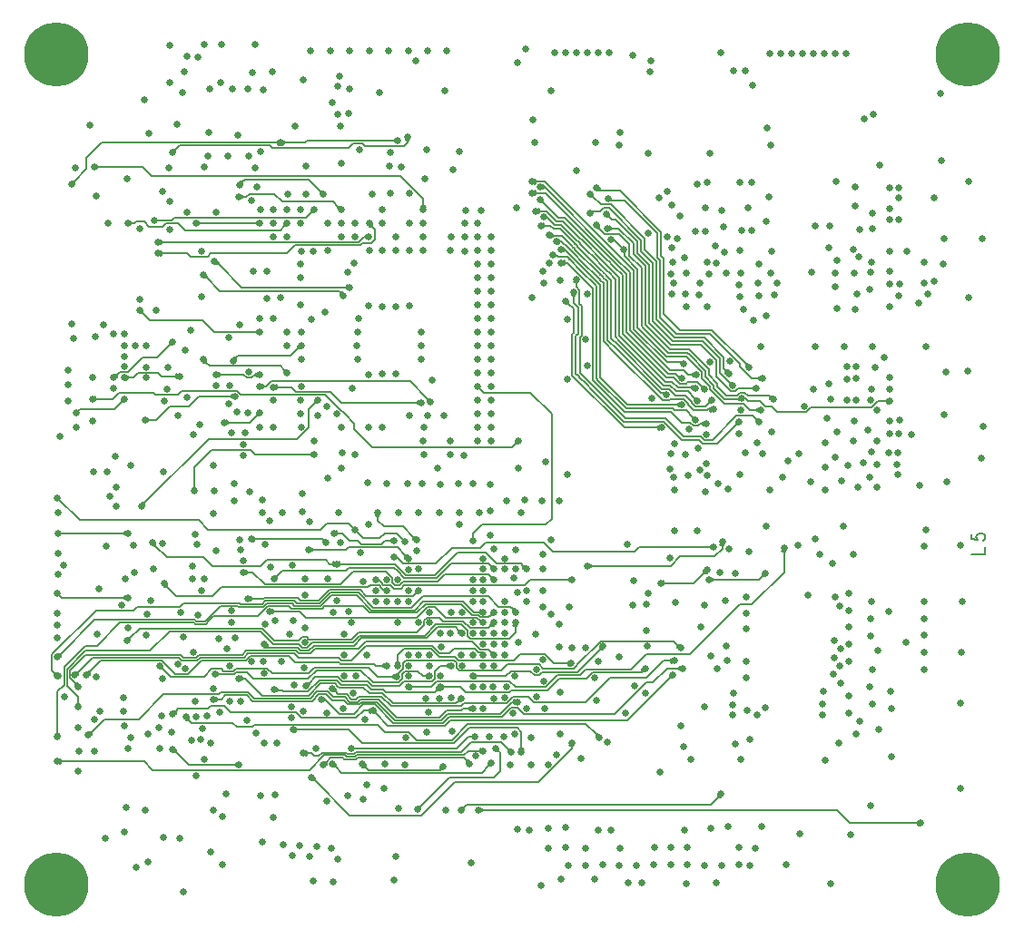
<source format=gbr>
G04 Gerber PCB Fabrication Data in Gerber  Example 2, created by Karel Tavernier, Filip Vermeire and Thomas Weyn*
G04 Ucamco copyright*
%TF.GenerationSoftware,Ucamco,UcamX,1.1.0-1400509*%
%TF.CreationDate,2014-07-14T00:00;00+01:00*%
%FSLAX25Y25*%
%MOMM*%
%TF.FileFunction,Copper,L5,Inr,Signal*%
%TF.FilePolarity,Positive*%
%TF.Part,Single*%
%TF.SameCoordinates*%
%TA.AperFunction,Conductor*%
%ADD10C,0.15000*%
%TA.AperFunction,NonConductor*%
%ADD11C,0.20000*%
%TA.AperFunction,ViaPad*%
%ADD12C,0.65000*%
%TA.AperFunction,WasherPad*%
%ADD13C,6.00000*%
G01*
%LPD*%
D10*
X704700Y4922900D02*
Y4897900D01*
X704700Y4922900D02*
X679700D01*
X704700Y4922900D02*
X719700Y4937900D01*
X1037900D01*
X1102900Y5002900D01*
X679700Y4897900D02*
X704700Y4922900D01*
X639700Y7037900D02*
X664700Y7062900D01*
X779700Y7177900D01*
Y7278750D01*
X795950Y7295000D01*
X664700Y7062900D02*
X639700D01*
X664700Y7062900D02*
Y7037900D01*
X1102900Y5002900D02*
X1109700Y5027900D01*
X1102900Y5002900D02*
X1134700D01*
X1102900Y5002900D02*
X1129700Y5029700D01*
Y5032900D01*
X1134700Y5027900D01*
X4440810Y1747900D02*
X4337900D01*
X4300900Y1710900D01*
X3300850D01*
X3297490Y1707540D01*
Y1707530D01*
X3282860Y1692900D01*
X3204640D01*
X3191640Y1705900D01*
X2997700D01*
X2860700Y1568900D01*
X1398700D01*
X1319700Y1647900D01*
X548590D01*
X529150Y1628450D01*
X548590Y1647900D02*
X529150Y1667350D01*
X548590Y1647900D02*
X509700D01*
X509700Y1916790D02*
X529150Y1897350D01*
X509700Y1916790D02*
X490250Y1897350D01*
X509700Y1916790D02*
Y2302900D01*
X569700Y2362900D01*
Y2527900D01*
X771800Y2730000D01*
X875000D01*
X1087400Y2942400D01*
X1780590D01*
X1790090Y2932900D01*
X1895060D01*
X1900060Y2937900D01*
X1900070D01*
X1914700Y2952530D01*
Y2952540D01*
X1965560Y3003400D01*
X2375190D01*
X2469190Y3097400D01*
X2664700D01*
X2688700Y3073400D01*
X2975200D01*
X2999200Y3097400D01*
X3357600D01*
X3420000Y3035000D01*
X3857160D01*
X3939560Y3117400D01*
X4275210D01*
X4375210Y3017400D01*
X4430190D01*
X4454190Y2993400D01*
X4530200D01*
X4552200Y3015400D01*
X509700Y1877900D02*
Y1916790D01*
X4779700Y2904010D02*
Y2849700D01*
X4723400Y2793400D01*
X4359190D01*
X4330200Y2822390D01*
Y2869800D01*
X4275000Y2925000D01*
X4040000D01*
X3937910Y2822910D01*
X3327140D01*
X3262630Y2758400D01*
X2885210D01*
X2835210Y2708400D01*
X2794190D01*
X2757590Y2745000D01*
X2520000D01*
X2402600Y2862400D01*
X1554200D01*
X1371800Y2680000D01*
X766800D01*
X754200Y2667400D01*
X753840D01*
X595200Y2508760D01*
Y2357400D01*
X700700Y2251900D01*
Y2195790D01*
X4440810Y3042900D02*
X4392140D01*
X4292640Y3142400D01*
X3922130D01*
X3839730Y3060000D01*
X3435000D01*
X3297600Y3197400D01*
X3063840D01*
X2964840Y3098400D01*
X2718700D01*
X2694700Y3122400D01*
X2458830D01*
X2427330Y3090900D01*
X2196200D01*
X2184700Y3102400D01*
X2029200D01*
X1884700Y2957900D01*
X1800450D01*
X1790950Y2967400D01*
X854200D01*
X537200Y2650400D01*
Y2622900D01*
X537200Y2650400D02*
X509700D01*
X537200Y2650400D02*
X509700Y2622900D01*
X672200Y2375400D02*
X620200Y2427400D01*
Y2498400D01*
X764200Y2642400D01*
X1657650D01*
X1684150Y2615900D01*
X1803240D01*
X1830240Y2642900D01*
X2229550D01*
X2270430Y2683780D01*
X2733950D01*
X2759330Y2658400D01*
X2870210D01*
X2910210Y2698400D01*
X3312770D01*
X3381770Y2767400D01*
X4372600D01*
X4447100Y2692900D01*
X4529700D01*
X4552200Y2670400D01*
X480420Y2473390D02*
X507920D01*
X480420Y2473390D02*
Y2445890D01*
X480420Y2473390D02*
X454700Y2499110D01*
Y2645690D01*
X867410Y3058400D01*
X1215200D01*
X1249700Y3092900D01*
X1644690D01*
X1679190Y3127400D01*
X2208200D01*
X2219700Y3115900D01*
X2416970D01*
X2448470Y3147400D01*
X2714700D01*
X2738700Y3123400D01*
X2954480D01*
X3053480Y3222400D01*
X3312600D01*
X3450000Y3085000D01*
X3810000D01*
X3917400Y3192400D01*
X4525200D01*
X4624200Y3093400D01*
X4729190D01*
X4752200Y3070400D01*
X507920Y2445890D02*
X480420Y2473390D01*
X1125810Y3177900D02*
X544700D01*
X509700Y3212900D01*
X1125810Y3777900D02*
X714700D01*
X713950Y3777150D01*
X510200D01*
X825220Y1921430D02*
Y1893930D01*
X825220Y1921430D02*
X797720D01*
X825220Y1921430D02*
X946440Y2042650D01*
X1264460D01*
X1499210Y2277400D01*
X2012400D01*
X2030000Y2295000D01*
X2287400D01*
X2344000Y2238400D01*
X2865070D01*
X2927910Y2301240D01*
X3028810D01*
X3082150Y2247900D01*
X3191880D01*
X3234780Y2205000D01*
X3306800D01*
X3331800Y2230000D01*
X3505000D01*
X3676600Y2058400D01*
X4070200D01*
X4140200Y2128400D01*
X4277640D01*
X4292140Y2142900D01*
X4340810D01*
X797720Y1893930D02*
X825220Y1921430D01*
X672200Y2375400D02*
X699700D01*
X672200Y2375400D02*
Y2347900D01*
X699700Y2347900D02*
X672200Y2375400D01*
X700700Y2195790D02*
X720150Y2176350D01*
X700700Y2195790D02*
X681250Y2176350D01*
X700700Y2195790D02*
Y2156900D01*
X697200Y2480400D02*
Y2452900D01*
X697200Y2480400D02*
X669700D01*
X697200Y2480400D02*
X834200Y2617400D01*
X1640210D01*
X1666710Y2590900D01*
X1813600D01*
X1840600Y2617900D01*
X2246990D01*
X2287870Y2658780D01*
X2716520D01*
X2756900Y2618400D01*
X3131630D01*
X3156630Y2593400D01*
X3250210D01*
X3386810Y2730000D01*
X4000000D01*
X4005000Y2725000D01*
X4005360D01*
X4070360Y2660000D01*
X4165000D01*
X4205000Y2700000D01*
X4400000D01*
X4435000Y2665000D01*
X4457600D01*
X4479700Y2642900D01*
X669700Y2452900D02*
X697200Y2480400D01*
X807200Y2485400D02*
Y2452900D01*
X807200Y2485400D02*
X779700Y2480400D01*
X807200Y2485400D02*
X914200Y2592400D01*
X1480210D01*
X1607030Y2465580D01*
X1723640D01*
X1850960Y2592900D01*
X2264420D01*
X2305300Y2633780D01*
X2663320D01*
X2724700Y2572400D01*
X3135200D01*
X3147540Y2560060D01*
X3457540D01*
X3474700Y2542900D01*
X3540810D01*
X779700Y2452900D02*
Y2457900D01*
X807200Y2485400D01*
X4782200Y4615400D02*
X4746800Y4580000D01*
X3445000D01*
X3275000Y4750000D01*
Y4804220D01*
X3194180Y4885000D01*
X3134180Y4945000D01*
Y4945820D01*
X3007600Y5072400D01*
X2220210D01*
X2185210Y5107400D01*
X1663840D01*
X1631410Y5074970D01*
X1420000D01*
X1404970Y5090000D01*
X1079590D01*
X1022490Y5032900D01*
X873590D01*
X854150Y5013450D01*
X873590Y5032900D02*
X854150Y5052350D01*
X873590Y5032900D02*
X834700D01*
X888890Y7197900D02*
X869450Y7178450D01*
X888890Y7197900D02*
X869450Y7217350D01*
X888890Y7197900D02*
X850000D01*
X3921700Y6839790D02*
Y6897900D01*
X3706700Y7112900D01*
X1387100D01*
X1302100Y7197900D01*
X888890D01*
X795950Y7295000D02*
X923850Y7422900D01*
X2550810D01*
X1187200Y2800400D02*
X1154700D01*
X1187200Y2800400D02*
X1159700Y2772900D01*
X1154700D01*
X1125810Y3177900D02*
X1145250Y3197350D01*
X1125810Y3177900D02*
X1145250Y3158450D01*
X1164700Y3177900D02*
X1125810D01*
X1125810Y3777900D02*
X1145250Y3797350D01*
X1125810Y3777900D02*
X1145250Y3758450D01*
X1164700Y3777900D02*
X1125810D01*
X1062200Y5255400D02*
Y5227900D01*
X1062200Y5255400D02*
X1034700D01*
X1062200Y5255400D02*
X1086470Y5279670D01*
X1149670D01*
X1150670Y5280670D01*
X1165670D01*
X1305000Y5420000D01*
X1440000D01*
X1555400Y5535400D01*
X1034700Y5227900D02*
X1062200Y5255400D01*
X1171320Y5230170D02*
X1151880Y5210720D01*
X1171320Y5230170D02*
X1151880Y5249620D01*
X1132430Y5230170D02*
X1171320D01*
X1203590Y6672900D02*
X1164700D01*
X1187200Y2800400D02*
X1182200Y2772900D01*
X4545400Y2915400D02*
X4523400Y2893400D01*
X4356630D01*
X4292130Y2957900D01*
X4102100D01*
X4067600Y2992400D01*
X3959190D01*
X3929200Y2962410D01*
Y2922390D01*
X3861810Y2855000D01*
X3316800D01*
X3250200Y2788400D01*
X2854210D01*
X2835210Y2807400D01*
X2794190D01*
X2761790Y2775000D01*
X2530000D01*
X2417600Y2887400D01*
X1274200D01*
X1187200Y2800400D01*
X3071110Y3490000D02*
X3050000D01*
X3010600Y3529400D01*
X2464400D01*
X2402900Y3467900D01*
X1957100D01*
X1872600Y3552400D01*
X1529700D01*
X1422200Y3659900D01*
X1394700Y3687400D01*
Y3692900D01*
X1422200Y3659900D02*
Y3692900D01*
X1422200Y3659900D02*
X1394700Y3665400D01*
X1322200Y4060400D02*
Y4032900D01*
X1322200Y4060400D02*
X1294700D01*
X1322200Y4060400D02*
X1919200Y4657400D01*
X2739210D01*
X2849700Y4767890D01*
Y4937900D01*
X2907200Y4995400D01*
X1294700Y4032900D02*
X1322200Y4060400D01*
X2125810Y5057900D02*
X1827900D01*
X1735000Y4965000D01*
X1556800D01*
X1424700Y4832900D01*
X1363590D01*
X1344150Y4813450D01*
X1363590Y4832900D02*
X1344150Y4852350D01*
X1363590Y4832900D02*
X1324700D01*
X1171320Y5230170D02*
X1215170D01*
X1262400Y5277400D01*
X1445000D01*
X1479500Y5242900D01*
X1605810D01*
X1299700Y5830300D02*
X1272200Y5830400D01*
X1299700Y5830300D02*
Y5857900D01*
X1299700Y5830300D02*
X1367100Y5762900D01*
X1859700D01*
X1968400Y5654200D01*
X2358810D01*
X1272200Y5857900D02*
Y5857800D01*
X1299700Y5830300D01*
X1203590Y6672900D02*
X1184150Y6653450D01*
X1203590Y6672900D02*
X1184150Y6692350D01*
X1203590Y6672900D02*
X1227900D01*
X1240000Y6685000D01*
X1315390D01*
X1360390Y6640000D01*
X1491600D01*
X1524500Y6672900D01*
X1632100D01*
X1700000Y6605000D01*
X2586500D01*
X2624200Y6642700D01*
X1414700Y6697900D02*
X1574690D01*
X1598190Y6721400D01*
X2828200D01*
X2877200Y6770400D01*
X1612200Y1735400D02*
X1584700D01*
X1612200Y1735400D02*
Y1762900D01*
X1612200Y1735400D02*
X1584700Y1762900D01*
X2161310Y1618400D02*
X2155810Y1612900D01*
X1734700D01*
X1612200Y1735400D01*
X1612200Y2120400D02*
Y2092900D01*
X1612200Y2120400D02*
X1584700D01*
X1612200Y2120400D02*
X1634200Y2142400D01*
X1910000D01*
X1937600Y2170000D01*
X2060000D01*
X2125000Y2105000D01*
X2730000D01*
X2781600Y2053400D01*
X3295500D01*
X3365000Y2122900D01*
X3410810D01*
X1584700Y2092900D02*
X1612200Y2120400D01*
X1487200Y2515400D02*
X1459700D01*
X1487200Y2515400D02*
Y2542900D01*
X1487200Y2515400D02*
X1562020Y2440580D01*
X1877370D01*
X1949190Y2512400D01*
X2034830D01*
X2054930Y2492300D01*
X2144900D01*
X2170000Y2517400D01*
X2465190D01*
X2509190Y2473400D01*
X2853400D01*
X2904980Y2524980D01*
X3407620D01*
X3492600Y2440000D01*
X3632760D01*
X1459700Y2542900D02*
X1487200Y2515400D01*
X3529600Y3270400D02*
X3507600Y3292400D01*
X3425000D01*
X3405000Y3272400D01*
X2034200D01*
X1955200Y3193400D01*
X1619200D01*
X1532200Y3280400D01*
X1504700D01*
X1532200Y3280400D02*
Y3307900D01*
X1532200Y3280400D02*
X1504700Y3307900D01*
X1605810Y5242900D02*
X1625250Y5262350D01*
X1605810Y5242900D02*
X1625250Y5223450D01*
X1605810Y5242900D02*
X1644700D01*
X1555400Y5535400D02*
X1557200Y5562900D01*
X1555400Y5535400D02*
X1584700D01*
X1555400Y5535400D02*
X1582900Y5562900D01*
X1584700D01*
X1488590Y6387900D02*
X1469150Y6368450D01*
X1488590Y6387900D02*
X1469150Y6407350D01*
X1488590Y6387900D02*
X1449700D01*
X3442200Y6640400D02*
X3470000Y6612600D01*
Y6521300D01*
X3433700Y6485000D01*
X3351300D01*
X3332000Y6465700D01*
X2722800D01*
X2645000Y6387900D01*
X1940000D01*
X1907100Y6355000D01*
X1749900D01*
X1717000Y6387900D01*
X1488590D01*
X1488590Y6492900D02*
X1469150Y6473450D01*
X1488590Y6492900D02*
X1469150Y6512350D01*
X1488590Y6492900D02*
X1449700D01*
X1488590Y6492900D02*
X3315000D01*
X3364000Y6541900D01*
X3373510D01*
X1607200Y7360400D02*
Y7332900D01*
X1607200Y7360400D02*
X1579700D01*
X1607200Y7360400D02*
X1644700Y7397900D01*
X2485000D01*
X2509500Y7373400D01*
X3225500D01*
X3270000Y7417900D01*
X3352100D01*
X3380000Y7390000D01*
X3741600D01*
X3774700Y7423100D01*
Y7434010D01*
X1579700Y7332900D02*
X1607200Y7360400D01*
X1732200Y2035400D02*
X1704700D01*
X1732200Y2035400D02*
Y2062900D01*
X1732200Y2035400D02*
X1757600Y2010000D01*
X2143400D01*
X2183400Y1970000D01*
X2322600D01*
X2345000Y1992400D01*
X3495200D01*
X3564950Y1922650D01*
X3780210D01*
X3854460Y1848400D01*
X4185200D01*
X4336800Y2000000D01*
X5435000D01*
X5532200Y1902800D01*
X1704700Y2062900D02*
X1732200Y2035400D01*
X1964700Y2227900D02*
X2003590D01*
X2622200Y5300700D02*
X2585000Y5337900D01*
X1929700D01*
X1897200Y5370400D01*
X1869700D01*
X1897200Y5370400D02*
Y5397900D01*
X1897200Y5370400D02*
X1869700Y5397900D01*
X3144390Y6025610D02*
X3130000Y6040000D01*
X2025000D01*
X1899600Y6165400D01*
X1869700D01*
X1899600Y6165400D02*
X1897200Y6192900D01*
X1899600Y6165400D02*
X1872100Y6192900D01*
X1869700D01*
X1838590Y6670200D02*
X1819150Y6650750D01*
X1838590Y6670200D02*
X1819150Y6689650D01*
X1838590Y6670200D02*
X2358810D01*
X1799700Y6670200D02*
X1838590D01*
X2161310Y1618400D02*
X2180750Y1598950D01*
X2161310Y1618400D02*
X2180750Y1637850D01*
X2161310Y1618400D02*
X2200200D01*
X2238590Y2422900D02*
X2219150Y2403450D01*
X2003590Y2227900D02*
X1984150Y2208450D01*
X2003590Y2227900D02*
X1984150Y2247350D01*
X2003590Y2227900D02*
X2035000D01*
X2072100Y2265000D01*
X2277400D01*
X2329000Y2213400D01*
X2882500D01*
X2945340Y2276240D01*
X3011370D01*
X3067610Y2220000D01*
X3177350D01*
X3217350Y2180000D01*
X3322240D01*
X3347240Y2205000D01*
X3485000D01*
X3656600Y2033400D01*
X4087630D01*
X4147630Y2093400D01*
X4635570D01*
X4745070Y2202900D01*
X4755810D01*
X2016020Y2462900D02*
X1996580Y2443450D01*
X2016020Y2462900D02*
X1996580Y2482350D01*
X2016020Y2462900D02*
X2160600D01*
X2177700Y2480000D01*
X2272610D01*
X2334210Y2418400D01*
X2843400D01*
X2924980Y2499980D01*
X3337620D01*
X3452600Y2385000D01*
X3686660D01*
X3725000Y2423340D01*
Y2465000D01*
X3752400Y2492400D01*
X3865200D01*
X3914700Y2442900D01*
X3940810D01*
X1977130Y2462900D02*
X2016020D01*
X2238590Y2422900D02*
X2199700D01*
X2238590Y2422900D02*
X2219150Y2442350D01*
X2103590Y4812900D02*
X2084150Y4793450D01*
X2103590Y4812900D02*
X2084150Y4832350D01*
X2103590Y4812900D02*
X2302900D01*
X2365400Y4875400D01*
X2064700Y4812900D02*
X2103590D01*
X2125810Y5057900D02*
X2145250Y5077350D01*
X2125810Y5057900D02*
X2145250Y5038450D01*
X2164700Y5057900D02*
X2125810D01*
X2028590Y5257900D02*
X2009150Y5238450D01*
X2028590Y5257900D02*
X2009150Y5277350D01*
X2028590Y5257900D02*
X2241910D01*
X2271910Y5227900D01*
X2317490D01*
X2347490Y5257900D01*
X2350810D01*
X1989700Y5257900D02*
X2028590D01*
X2752200Y5500400D02*
X2684700Y5432900D01*
X2194700D01*
X2177200Y5415400D01*
X2172200Y5387900D01*
X2177200Y5415400D02*
X2144700D01*
X2177200Y5415400D02*
X2149700Y5387900D01*
X2144700D01*
X3195810Y6072900D02*
X2227100D01*
X2009600Y6290400D01*
X1974700D01*
X2009600Y6290400D02*
X2002200Y6317900D01*
X2009600Y6290400D02*
X1982100Y6317900D01*
X1974700D01*
X2238590Y6917900D02*
X2219150Y6898450D01*
X2238590Y6917900D02*
X2219150Y6937350D01*
X2199700Y6917900D02*
X2238590D01*
X2233580Y7056780D02*
X2231710Y7029280D01*
X2233580Y7056780D02*
X2204210D01*
X2233580Y7056780D02*
X2254700Y7077900D01*
X2849700D01*
X2957200Y6970400D01*
X2204210Y7029280D02*
X2206080D01*
X2233580Y7056780D01*
X4247200Y2210400D02*
X4225200Y2188400D01*
X3636770D01*
X3540170Y2285000D01*
X3415000D01*
X3362600Y2337400D01*
X3135200D01*
X3124200Y2348400D01*
Y2348410D01*
X3095210Y2377400D01*
X2961640D01*
X2847640Y2263400D01*
X2419200D01*
X2259700Y2422900D01*
X2238590D01*
X2467140Y2712280D02*
X2439640Y2712500D01*
X2467140Y2712280D02*
Y2740000D01*
X2467140Y2712280D02*
X2439860D01*
X2439640Y2712500D01*
X2439640Y2740000D02*
Y2739780D01*
X2467140Y2712280D01*
X2747880D01*
X2776760Y2683400D01*
X2852770D01*
X2897770Y2728400D01*
X3275060D01*
X3344570Y2797910D01*
X3952910D01*
X4055000Y2900000D01*
X4222600D01*
X4252200Y2870400D01*
X3850400Y3215400D02*
X3828400Y3193400D01*
X3384920D01*
X3330920Y3247400D01*
X3043100D01*
X2944100Y3148400D01*
X2774210D01*
X2750210Y3172400D01*
X2438110D01*
X2431110Y3165400D01*
X2326090D01*
X2306650Y3145950D01*
X2326090Y3165400D02*
X2306650Y3184850D01*
X2326090Y3165400D02*
X2287200D01*
X2528590Y3047900D02*
X2489700D01*
X2283590Y3412900D02*
X2264150Y3393450D01*
X2283590Y3412900D02*
X2264150Y3432350D01*
X2283590Y3412900D02*
X2329700D01*
X2442200Y3300400D01*
X3145400D01*
X3265000Y3420000D01*
X3572610D01*
X3630200Y3362410D01*
Y3322390D01*
X3659190Y3293400D01*
X3700210D01*
X3734710Y3327900D01*
X4054560D01*
X4119060Y3392400D01*
X4530200D01*
X4552200Y3370400D01*
X2244700Y3412900D02*
X2283590D01*
X2353590Y3722900D02*
X2334150Y3703450D01*
X2353590Y3722900D02*
X2334150Y3742350D01*
X2353590Y3722900D02*
X2979700D01*
X2987200Y3715400D01*
X2314700Y3722900D02*
X2353590D01*
X2365400Y4875400D02*
X2392900Y4902900D01*
X2394700D01*
X2365400Y4875400D02*
X2394700D01*
X2365400Y4875400D02*
X2367200Y4902900D01*
X2350810Y5257900D02*
X2370250Y5277350D01*
X2350810Y5257900D02*
X2370250Y5238450D01*
X2350810Y5257900D02*
X2389700D01*
X3962200Y5030400D02*
X3795200Y5197400D01*
X2504200D01*
X2453000Y5146200D01*
X2436590D01*
X2397700D01*
X2436590Y5146200D02*
X2417150Y5165650D01*
X2436590Y5146200D02*
X2417150Y5126750D01*
X2358810Y5654200D02*
X2378250Y5673650D01*
X2358810Y5654200D02*
X2378250Y5634750D01*
X2358810Y5654200D02*
X2397700D01*
X2358810Y6670200D02*
X2397700D01*
X2358810Y6670200D02*
X2378250Y6650750D01*
X2358810Y6670200D02*
X2378250Y6689650D01*
X2238590Y6917900D02*
X2270000D01*
X2297100Y6945000D01*
X2532600D01*
X2604700Y6872900D01*
X3077100D01*
X3125300Y6824700D01*
X2571490Y2315000D02*
X2549150Y2298450D01*
X2571490Y2315000D02*
X2549150Y2337350D01*
X2571490Y2315000D02*
X2603400D01*
X2615000Y2303400D01*
X2845210D01*
X2949210Y2407400D01*
X3110200D01*
X3154200Y2363400D01*
X3389340D01*
X3432740Y2320000D01*
X3547600D01*
X3574200Y2293400D01*
X4028400D01*
X4047360Y2312360D01*
X2529700Y2317900D02*
Y2327900D01*
X2542600Y2315000D01*
X2571490D01*
X4447230Y2965000D02*
X4419830Y2992400D01*
X4127600D01*
X4027600Y3092400D01*
X3956990D01*
X3856990Y2992400D01*
X2825200D01*
X2800700Y3016900D01*
X2799700D01*
X2768700Y3047900D01*
X2528590D01*
X2509150Y3028450D01*
X2528590Y3047900D02*
X2509150Y3067350D01*
X2557200Y3380400D02*
Y3352900D01*
X2557200Y3380400D02*
X2529700D01*
X2557200Y3380400D02*
X2601800Y3425000D01*
X3195000D01*
X3225000Y3455000D01*
X3650000D01*
X3677120Y3427890D01*
Y3427880D01*
X3741600Y3363400D01*
X4047630D01*
X4176630Y3492400D01*
X4530200D01*
X4552200Y3470400D01*
X2529700Y3352900D02*
X2557200Y3380400D01*
X2622200Y5300700D02*
X2649700D01*
X2622200Y5300700D02*
Y5273200D01*
X2649700Y5273200D02*
X2622200Y5300700D01*
X3860810Y4997900D02*
X3152100D01*
X3052110Y5097890D01*
X2734710D01*
X2689700Y5142900D01*
X2563590D01*
X2544150Y5123450D01*
X2563590Y5142900D02*
X2544150Y5162350D01*
X2563590Y5142900D02*
X2524700D01*
X2752200Y5500400D02*
Y5527900D01*
X2752200Y5500400D02*
X2779700D01*
X2779700Y5527900D02*
X2752200Y5500400D01*
X2624200Y6642700D02*
Y6670200D01*
X2624200Y6642700D02*
X2651700D01*
X2624200Y6642700D02*
X2651700Y6670200D01*
X3645810Y7442900D02*
X2837900D01*
X2817900Y7422900D01*
X2628590D01*
X2589700D01*
X2628590Y7422900D02*
X2609150Y7442350D01*
X2628590Y7422900D02*
X2609150Y7403450D01*
X2550810Y7422900D02*
X2589700D01*
X2550810Y7422900D02*
X2570250Y7403450D01*
X2550810Y7422900D02*
X2570250Y7442350D01*
X2907200Y1470400D02*
X2879700D01*
X2907200Y1470400D02*
Y1497900D01*
X2907200Y1470400D02*
X3232600Y1145000D01*
X3900000D01*
X4212400Y1457400D01*
X4993960D01*
X5304700Y1768140D01*
Y1784010D01*
X2879700Y1497900D02*
X2907200Y1470400D01*
X2841590Y1724900D02*
X2822150Y1705450D01*
X2841590Y1724900D02*
X2822150Y1744350D01*
X2841590Y1724900D02*
X2879910D01*
X2901910Y1702900D01*
X2947490D01*
X2975490Y1730900D01*
X3202000D01*
X3215000Y1717900D01*
X3272490D01*
X3290490Y1735900D01*
X4270900D01*
X4362900Y1827900D01*
X4644700D01*
X4712200Y1760400D01*
X2802700Y1724900D02*
X2841590D01*
X3017200Y1645400D02*
Y1617900D01*
X3017200Y1645400D02*
X2989700D01*
X3017200Y1645400D02*
X3052200Y1680400D01*
X3169600D01*
X2989700Y1617900D02*
X3017200Y1645400D01*
X4140810Y2542900D02*
X4082900D01*
X4030200Y2490200D01*
Y2423390D01*
X4000210Y2393400D01*
X3737630D01*
X3699230Y2355000D01*
X3440170D01*
X3401770Y2393400D01*
X3166600D01*
X3122600Y2437400D01*
X2986990D01*
X2986980Y2437410D01*
X2937280D01*
X2937270Y2437400D01*
X2912400D01*
X2855400Y2380400D01*
X2852200Y2352900D01*
X2855400Y2380400D02*
X2824700D01*
X2855400Y2380400D02*
X2827900Y2352900D01*
X2824700D01*
X6300810Y2517900D02*
X6192900D01*
X6062900Y2387900D01*
X5999700D01*
X5705200Y2093400D01*
X4854210D01*
X4800210Y2147400D01*
X4739190D01*
X4655190Y2063400D01*
X4160060D01*
X4105060Y2008400D01*
X3641600D01*
X3470000Y2180000D01*
X3360000D01*
X3270400Y2090400D01*
X3139610D01*
X3003250Y2226740D01*
X2985310Y2208790D01*
X3003250Y2226740D02*
X2985310Y2244680D01*
X3003250Y2226740D02*
X2965860D01*
X2987200Y3715400D02*
X3014700D01*
X2987200Y3715400D02*
Y3687900D01*
X2987200Y3715400D02*
X3014700Y3687900D01*
X2891640Y3624000D02*
X2872200Y3604550D01*
X2891640Y3624000D02*
X2872200Y3643450D01*
X2891640Y3624000D02*
X3199000D01*
X3220000Y3645000D01*
X3677600D01*
X3752200Y3570400D01*
X2852750Y3624000D02*
X2891640D01*
X2907200Y4995400D02*
Y5022900D01*
X2907200Y4995400D02*
X2934700D01*
X2907200Y4995400D02*
X2934700Y5022900D01*
X2877200Y6770400D02*
Y6797900D01*
X2877200Y6770400D02*
X2904700D01*
X2877200Y6770400D02*
X2904700Y6797900D01*
X2957200Y6970400D02*
X2984700D01*
X2957200Y6970400D02*
Y6942900D01*
X2957200Y6970400D02*
X2984700Y6942900D01*
X3102200Y2300400D02*
X3074700D01*
X3102200Y2300400D02*
Y2327900D01*
X3102200Y2300400D02*
X3124690Y2277910D01*
X3204300D01*
X3252210Y2230000D01*
X3295000D01*
X3320000Y2255000D01*
X3527740D01*
X3619340Y2163400D01*
X4270210D01*
X4299210Y2192400D01*
X4556360D01*
X4559190Y2189570D01*
X4696380D01*
X4759210Y2252400D01*
X4900190D01*
X4954190Y2198400D01*
X5430140D01*
X5659640Y2427900D01*
X6004700D01*
X6164700Y2587900D01*
X6220810D01*
X3074700Y2327900D02*
X3102200Y2300400D01*
X3071110Y3490000D02*
X3090550Y3470550D01*
X3148890Y3490000D02*
X3129450Y3470550D01*
X3071110Y3490000D02*
X3090550Y3509450D01*
X3148890Y3490000D02*
X3129450Y3509450D01*
X3148890Y3490000D02*
X3654990D01*
X3690010Y3455000D01*
Y3454990D01*
X3756600Y3388400D01*
X4030200D01*
X4236800Y3595000D01*
X4504690D01*
X4559190Y3540500D01*
X4559500D01*
X4606600Y3493400D01*
X4831600D01*
X4852200Y3472800D01*
X3110000Y3490000D02*
X3148890D01*
X3110000Y3490000D02*
X3071110D01*
X3144390Y6025610D02*
X3171890Y6025400D01*
X3144390Y6025610D02*
Y5997900D01*
X3144390Y6025610D02*
X3171890Y5998110D01*
Y5997900D01*
X3195810Y6072900D02*
X3215250Y6092350D01*
X3195810Y6072900D02*
X3215250Y6053450D01*
X3195810Y6072900D02*
X3234700D01*
X3125300Y6824700D02*
X3159700D01*
X3125300Y6824700D02*
X3132200Y6797200D01*
X3125300Y6824700D02*
X3152800Y6797200D01*
X3159700D01*
X3382200Y1595400D02*
X3354700D01*
X3382200Y1595400D02*
Y1622900D01*
X3382200Y1595400D02*
X3408950Y1568650D01*
X4075450D01*
X4077200Y1570400D01*
X3354700Y1622900D02*
X3382200Y1595400D01*
X3477200Y2095400D02*
X3449700D01*
X3477200Y2095400D02*
Y2122900D01*
X3477200Y2095400D02*
X3589200Y1983400D01*
X4122490D01*
X4172490Y2033400D01*
X5820200D01*
X6217200Y2430400D01*
X3410810Y2122900D02*
X3430250Y2142350D01*
X3410810Y2122900D02*
X3430250Y2103450D01*
X3410810Y2122900D02*
X3449700D01*
X3477200Y2095400D01*
X3540810Y2542900D02*
X3560250Y2562350D01*
X3540810Y2542900D02*
X3560250Y2523450D01*
X3540810Y2542900D02*
X3579700D01*
X3529600Y3270400D02*
X3552200Y3242900D01*
X3579700Y3242900D02*
X3557100D01*
X3529600Y3270400D01*
X3524600Y3315400D02*
X3507200Y3342900D01*
X3524600Y3315400D02*
X3497100Y3342900D01*
X3479700D01*
X3524600Y3315400D02*
X3546600Y3293400D01*
X3616760D01*
X3646760Y3263400D01*
X3712640D01*
X3741640Y3292400D01*
X4759190D01*
X4759490Y3292700D01*
X4772270D01*
X4774210Y3294640D01*
X4867240D01*
X4915500Y3342900D01*
X5270810D01*
X3494700Y3928760D02*
Y3895300D01*
X3550000Y3840000D01*
X3727600D01*
X3827200Y3740400D01*
X3494700Y3928760D02*
Y3967650D01*
X3494700Y3928760D02*
X3514150Y3948200D01*
X3494700Y3928760D02*
X3475250Y3948200D01*
X3442200Y6640400D02*
X3414700D01*
X3442200Y6640400D02*
Y6667900D01*
X3442200Y6640400D02*
X3414700Y6667900D01*
X3373510Y6541900D02*
X3394250Y6562650D01*
X3373510Y6541900D02*
X3394250Y6523750D01*
X3373510Y6541900D02*
X3412400D01*
X3413700Y6543200D01*
X3818590Y2342900D02*
X3799150Y2323450D01*
X3818590Y2342900D02*
X3799150Y2362350D01*
X3818590Y2342900D02*
X3779700D01*
X7284700Y3599010D02*
Y3414700D01*
X6985000Y3115000D01*
X6875000D01*
X6410000Y2650000D01*
X6001800D01*
X5859700Y2507900D01*
X5437270D01*
X5382270Y2452900D01*
X5173160D01*
X5062920Y2342660D01*
X4779950D01*
X4725210Y2397400D01*
X4553650D01*
X4548650Y2392400D01*
X4041640D01*
X3992140Y2342900D01*
X3818590D01*
X3632760Y2440000D02*
X3652240Y2459490D01*
X3632760Y2440000D02*
X3652240Y2420590D01*
X3632760Y2440000D02*
X3667670D01*
X3669700Y2442030D01*
X3671690Y2440040D01*
Y2456690D01*
X3729200Y2514200D01*
Y2562410D01*
X3759190Y2592400D01*
X4207600D01*
X4229200Y2570800D01*
Y2523390D01*
X4259190Y2493400D01*
X4642650D01*
X4701650Y2552400D01*
X5000210D01*
X5039210Y2513400D01*
X5320210D01*
X5349200Y2542390D01*
Y2547410D01*
X5574190Y2772400D01*
X6257600D01*
X6292200Y2737800D01*
X5260810Y2562900D02*
X5139710D01*
X5055210Y2647400D01*
X4822400D01*
X4768400Y2593400D01*
X4246600D01*
X4212100Y2627900D01*
X4067100D01*
X3995000Y2700000D01*
X3740000D01*
X3679700Y2639700D01*
Y2581790D01*
X3699150Y2562350D01*
X3679700Y2581790D02*
X3660250Y2562350D01*
X3679700Y2581790D02*
Y2542900D01*
X3827200Y3740400D02*
Y3712900D01*
X3827200Y3740400D02*
X3854700Y3712900D01*
X3645000Y3555000D02*
Y3577600D01*
X3729200Y3493400D01*
X4040200D01*
X4186800Y3640000D01*
X4450500D01*
X4500500Y3690000D01*
X5045000D01*
X5125000Y3610000D01*
X5892100D01*
X5930000Y3647900D01*
X6591110D01*
X3752200Y3570400D02*
X3779700D01*
X3752200Y3570400D02*
Y3542900D01*
X3752200Y3570400D02*
X3779700Y3542900D01*
X3827200Y3740400D02*
X3854700D01*
X3645810Y7442900D02*
X3665250Y7462350D01*
X3645810Y7442900D02*
X3665250Y7423450D01*
X3684700Y7442900D02*
X3645810D01*
X3774700Y7434010D02*
Y7472900D01*
X3774700Y7434010D02*
X3794150Y7453450D01*
X3774700Y7434010D02*
X3755250Y7453450D01*
X3892200Y1230400D02*
Y1202900D01*
X3892200Y1230400D02*
X3864700D01*
X3892200Y1230400D02*
X4161800Y1500000D01*
X4576800D01*
X4635000Y1558200D01*
Y1732600D01*
X4624200Y1743400D01*
X3864700Y1202900D02*
X3892200Y1230400D01*
X4077200Y1570400D02*
Y1597900D01*
X4077200Y1570400D02*
X4104700D01*
X4077200Y1570400D02*
X4104700Y1597900D01*
X4113750Y2342720D02*
X4094310Y2323270D01*
X4113750Y2342720D02*
X4094310Y2362170D01*
X4047360Y2312360D02*
Y2342720D01*
X4047360Y2312360D02*
X4074860Y2315220D01*
X4047360Y2312360D02*
X4074860Y2339860D01*
Y2342720D01*
X4113750D01*
X3940810Y2442900D02*
X3960250Y2462350D01*
X3940810Y2442900D02*
X3960250Y2423450D01*
X3940810Y2442900D02*
X3979700D01*
X3850400Y3215400D02*
X3852200Y3242900D01*
X3850400Y3215400D02*
X3879700D01*
X3879700Y3242900D02*
X3877900D01*
X3850400Y3215400D01*
X3860810Y4997900D02*
X3880250Y5017350D01*
X3860810Y4997900D02*
X3880250Y4978450D01*
X3899700Y4997900D02*
X3860810D01*
X3962200Y5030400D02*
X3989700D01*
X3962200Y5030400D02*
Y5002900D01*
X3989700Y5002900D02*
X3962200Y5030400D01*
X3921700Y6800900D02*
Y6839790D01*
X3902250Y6820350D01*
X3921700Y6839790D02*
X3941150Y6820350D01*
X4297200Y1220400D02*
Y1192900D01*
X4297200Y1220400D02*
X4269700D01*
X4297200Y1220400D02*
X4324700Y1247900D01*
X6599700D01*
X6667200Y1315400D01*
X4269700Y1192900D02*
X4297200Y1220400D01*
X4340810Y2142900D02*
X4360250Y2123450D01*
X4340810Y2142900D02*
X4360250Y2162350D01*
X4340810Y2142900D02*
X4379700D01*
X4113750Y2342720D02*
X4265680D01*
X4315000Y2293400D01*
X4720210D01*
X4739470Y2312660D01*
X5075350D01*
X5185590Y2422900D01*
X5439690D01*
X5499190Y2482400D01*
X5959200D01*
X5962200Y2485400D01*
X4247200Y2210400D02*
Y2237900D01*
X4247200Y2210400D02*
X4274700D01*
X4274700Y2237900D02*
X4247200Y2210400D01*
X4140810Y2542900D02*
X4160250Y2562350D01*
X4140810Y2542900D02*
X4160250Y2523450D01*
X4179700Y2542900D02*
X4140810D01*
X4252200Y2870400D02*
X4279700D01*
X4252200Y2870400D02*
Y2842900D01*
X4252200Y2870400D02*
X4279700Y2842900D01*
X4473590Y1192900D02*
X4454150Y1173450D01*
X4473590Y1192900D02*
X4454150Y1212350D01*
X4473590Y1192900D02*
X7774680D01*
X7894720Y1072900D01*
X8520810D01*
X4434700Y1192900D02*
X4473590D01*
X4440810Y1747900D02*
X4460250Y1767350D01*
X4440810Y1747900D02*
X4460250Y1728450D01*
X4479700Y1747900D02*
X4440810D01*
X4624200Y1743400D02*
X4596700Y1745400D01*
X4624200Y1743400D02*
Y1772900D01*
X4624200Y1743400D02*
X4596700Y1770900D01*
Y1772900D01*
X4418590Y2442900D02*
X4399150Y2423450D01*
X4418590Y2442900D02*
X4399150Y2462350D01*
X4418590Y2442900D02*
X4689700D01*
X4739700Y2492900D01*
X4919690D01*
X4959190Y2453400D01*
X5000210D01*
X5029710Y2482900D01*
X5354700D01*
X5567200Y2695400D01*
X4379700Y2442900D02*
X4418590D01*
X4552200Y2670400D02*
X4579700D01*
X4552200Y2670400D02*
Y2642900D01*
X4552200Y2670400D02*
X4579700Y2642900D01*
X4545400Y2915400D02*
X4552200Y2942900D01*
X4545400Y2915400D02*
X4579700D01*
X4545400Y2915400D02*
X4572900Y2942900D01*
X4579700D01*
X4440810Y3042900D02*
X4460250Y3062350D01*
X4440810Y3042900D02*
X4460250Y3023450D01*
X4479700Y3042900D02*
X4440810D01*
X4552200Y3015400D02*
X4579700Y3042900D01*
X4552200Y3015400D02*
X4579700D01*
X4552200Y3015400D02*
Y3042900D01*
X4447230Y2965000D02*
X4460260Y2951980D01*
X4479700Y2942900D02*
Y2947900D01*
X4462600Y2965000D01*
X4447230D01*
X4552200Y3370400D02*
X4579700Y3342900D01*
X4552200Y3370400D02*
Y3342900D01*
X4552200Y3370400D02*
X4579700D01*
X4552200Y3470400D02*
X4579700D01*
X4552200Y3470400D02*
Y3442900D01*
X4552200Y3470400D02*
X4579700Y3442900D01*
X4712200Y1760400D02*
X4739700D01*
X4712200Y1760400D02*
Y1732900D01*
X4712200Y1760400D02*
X4739700Y1732900D01*
X4755810Y2202900D02*
X4775250Y2222350D01*
X4755810Y2202900D02*
X4775250Y2183450D01*
X4755810Y2202900D02*
X4794700D01*
X4779700Y2904010D02*
X4760250Y2923450D01*
X4779700Y2904010D02*
X4799150Y2923450D01*
X4779700Y2904010D02*
Y2942900D01*
X4752200Y3070400D02*
X4779700D01*
X4752200Y3070400D02*
Y3042900D01*
X4752200Y3070400D02*
X4779700Y3042900D01*
X4852200Y3472800D02*
X4879700Y3445300D01*
Y3442900D01*
X4852200Y3472800D02*
Y3442900D01*
X4852200Y3472800D02*
X4879700Y3470400D01*
X4782200Y4615400D02*
Y4642900D01*
X4782200Y4615400D02*
X4809700D01*
X4809700Y4642900D02*
X4782200Y4615400D01*
X5131950Y6373900D02*
X5156940D01*
X5176380Y6354460D01*
X5260370D01*
X5277880Y6336960D01*
X5277930D01*
X5279970Y6334920D01*
X5283070Y6331830D01*
X5286040Y6328860D01*
X5383320Y6231700D01*
X5531950Y6083070D01*
Y6082950D01*
X5534450Y6080450D01*
Y5220890D01*
X5554940Y5200400D01*
X5554950D01*
X5811450Y4943900D01*
X6246450D01*
X6266450Y4923900D01*
X6372950D01*
X6434450Y4862400D01*
X5199700Y6498290D02*
X5160810D01*
X5135840Y6553900D02*
X5111400Y6539450D01*
X5135840Y6553900D02*
X5111400Y6578350D01*
X5135840Y6553900D02*
X5209380D01*
X5246530Y6516750D01*
X5307050Y6456300D01*
X5316630Y6446720D01*
X5321400Y6441960D01*
X5329500Y6433880D01*
X5335500Y6427900D01*
X5351350Y6412050D01*
X5553500Y6210170D01*
X5565700Y6197980D01*
X5571170Y6192520D01*
X5575940Y6187760D01*
X5575950D01*
X5583720Y6179990D01*
X5591480Y6172240D01*
X5591490D01*
X5594560Y6169160D01*
X5606210Y6157520D01*
X5616450Y6147280D01*
X5636950Y6126790D01*
Y6126450D01*
X5639450Y6123950D01*
Y5581870D01*
X5721440Y5499880D01*
X5721450D01*
X6132470Y5088860D01*
X6171270D01*
X6189090Y5071040D01*
X5091950Y6558900D02*
X5096950Y6553900D01*
X5135840D01*
X6585220Y4994390D02*
X6552230Y4961400D01*
X6455200D01*
X6424450Y4992150D01*
Y5005150D01*
X6363200Y5066400D01*
X6268000D01*
X6210520Y5123880D01*
X6204960D01*
X6204950Y5123870D01*
X6175960D01*
X6175950Y5123860D01*
X6146970D01*
X5735950Y5534880D01*
X5735940D01*
X5674450Y5596370D01*
Y6138450D01*
X5671950Y6140950D01*
Y6141290D01*
X5630960Y6182280D01*
X5619310Y6193920D01*
X5605990Y6207240D01*
X5605980D01*
X5590450Y6222770D01*
X5590420D01*
X5578230Y6234940D01*
X5569920Y6243240D01*
X5360660Y6452240D01*
X5360240Y6452660D01*
X5354240Y6458650D01*
X5337240Y6475640D01*
X5335930Y6476960D01*
X5335900D01*
X5335880Y6476980D01*
X5331780Y6481070D01*
X5321540Y6491310D01*
X5321530D01*
X5277120Y6535670D01*
X5277100Y6535730D01*
X5193960Y6618890D01*
X5133450D01*
X5103160Y6649180D01*
X5056420D01*
X5036980Y6629730D01*
X5056420Y6649180D02*
X5036980Y6668630D01*
X5056420Y6649180D02*
X5017530D01*
X5041950Y6730600D02*
X5071250D01*
X5147960Y6653890D01*
X5208460D01*
X5309350Y6552990D01*
X5309360Y6552940D01*
X5336030Y6526310D01*
X5336040D01*
X5348560Y6513800D01*
X5350400Y6511960D01*
X5350420D01*
X5361990Y6500400D01*
X5378980Y6483410D01*
X5384970Y6477430D01*
X5453620Y6408870D01*
X5506060Y6356500D01*
X5594650Y6268020D01*
X5604910Y6257780D01*
X5604940D01*
X5620480Y6242240D01*
X5620490D01*
X5638850Y6223890D01*
X5649710Y6213040D01*
X5706950Y6155800D01*
Y6155450D01*
X5709450Y6152950D01*
Y5610870D01*
X5750440Y5569880D01*
X5750450D01*
X6161460Y5158870D01*
X6190450D01*
X6190460Y5158880D01*
X6219440D01*
X6219450Y5158890D01*
X6225010D01*
X6282500Y5101400D01*
X6389450D01*
X6449450Y5041400D01*
X6424450Y5258900D02*
X6386950D01*
X6346950Y5298900D01*
X6219430D01*
X5849450Y5668880D01*
Y6210950D01*
X5846950Y6213450D01*
Y6213840D01*
X5716950Y6343840D01*
Y6343890D01*
X5051940Y7008900D01*
X5050840D01*
X4975840Y6953900D02*
X4956400Y6934450D01*
X4975840Y6953900D02*
X5056960D01*
X5393870Y6616990D01*
X5394350D01*
X5681950Y6329390D01*
Y6329330D01*
X5811950Y6199330D01*
Y6198950D01*
X5814450Y6196450D01*
Y5654380D01*
X6204940Y5263890D01*
X6233930D01*
X6233940Y5263900D01*
X6275750D01*
X6314450Y5225200D01*
X6331950D01*
X5010840Y6785600D02*
X4991400Y6766150D01*
X5010840Y6785600D02*
X4991400Y6805050D01*
X5010840Y6785600D02*
X5065750D01*
X5162460Y6688890D01*
X5222970D01*
X5323860Y6587990D01*
X5344360Y6567490D01*
X5344370Y6567460D01*
X5350530Y6561310D01*
X5356020Y6555830D01*
X5363050Y6548810D01*
X5364900Y6546960D01*
X5364910D01*
X5386730Y6525160D01*
X5395930Y6515970D01*
X5619400Y6292780D01*
X5619440D01*
X5634980Y6277240D01*
X5634990D01*
X5663590Y6248650D01*
X5674460Y6237800D01*
X5741950Y6170310D01*
Y6169950D01*
X5744450Y6167450D01*
Y5625370D01*
X5764940Y5604880D01*
X5764950D01*
X6175950Y5193880D01*
X6204940D01*
X6204950Y5193890D01*
X6239510D01*
X6295710Y5137690D01*
X6414270D01*
X4971950Y6785600D02*
X5010840D01*
X5034450Y6866400D02*
X5006950D01*
X5034450Y6866400D02*
Y6893900D01*
X5034450Y6866400D02*
X5176950Y6723900D01*
X5237460D01*
X5358870Y6602490D01*
Y6602480D01*
X5378060Y6583290D01*
X5378530Y6582830D01*
X5379380Y6581980D01*
X5633900Y6327780D01*
X5633940D01*
X5633950Y6327770D01*
X5633960D01*
X5649490Y6312240D01*
X5678630Y6283110D01*
X5706320Y6255450D01*
X5776950Y6184820D01*
Y6184450D01*
X5779450Y6181950D01*
Y5639880D01*
X6190440Y5228890D01*
X6248430D01*
X6248440Y5228900D01*
X6254010D01*
X6279450Y5203460D01*
Y5203450D01*
X6310200Y5172700D01*
X6370750D01*
X6384450Y5186400D01*
X6478700D01*
X6509450Y5155650D01*
Y5155170D01*
X6514450Y5150170D01*
X5006950Y6893900D02*
X5034450Y6866400D01*
X4978340Y7061400D02*
X4956400Y7039450D01*
X4978340Y7061400D02*
X4956400Y7078350D01*
X4978340Y7061400D02*
X4939450D01*
X4936950Y7058900D01*
X6346950Y5358900D02*
X6331950Y5373900D01*
X6193930D01*
X5884450Y5683380D01*
Y6225450D01*
X5881950Y6227950D01*
Y6228360D01*
X5871960Y6238350D01*
X5861960Y6248340D01*
Y6248360D01*
X5751950Y6358370D01*
Y6358400D01*
X5048950Y7061400D01*
X4978340D01*
X5050840Y7008900D02*
X5031400Y6989450D01*
X5050840Y7008900D02*
X5031400Y7028350D01*
X5050840Y7008900D02*
X5011950D01*
X4975840Y6953900D02*
X4956400Y6973350D01*
X4936950Y6953900D02*
X4975840D01*
X5304700Y1784010D02*
Y1822900D01*
X5304700Y1784010D02*
X5324150Y1803450D01*
X5304700Y1784010D02*
X5285250Y1803450D01*
X5260810Y2562900D02*
X5280250Y2582350D01*
X5260810Y2562900D02*
X5280250Y2543450D01*
X5299700Y2562900D02*
X5260810D01*
X5270810Y3342900D02*
X5290250Y3362350D01*
X5270810Y3342900D02*
X5290250Y3323450D01*
X5270810Y3342900D02*
X5309700D01*
X5321950Y5985010D02*
Y5924890D01*
X5361950Y5884890D01*
Y5637660D01*
X5344450Y5620160D01*
Y5291400D01*
X5344440Y5291390D01*
Y5262410D01*
X5361950Y5244900D01*
Y5244890D01*
X5382440Y5224400D01*
X5382450D01*
X5429450Y5177400D01*
Y5177390D01*
X5511440Y5095400D01*
X5511450D01*
X5787960Y4818890D01*
X5816940D01*
X5816950Y4818900D01*
X6163950D01*
X6334230Y4648620D01*
X6490900D01*
X6525900Y4613620D01*
X6657390D01*
X6837100Y4793330D01*
X6103060Y4763900D02*
X5793440D01*
X5309450Y5247890D01*
Y5247900D01*
X5309440Y5247910D01*
Y5305890D01*
X5309450Y5305900D01*
Y5634670D01*
X5319450Y5644670D01*
Y5871400D01*
X5274450Y5916400D01*
X5344700Y6109010D02*
Y6075400D01*
X5376950Y6043150D01*
Y5919390D01*
X5396950Y5899390D01*
Y5623150D01*
X5379450Y5605650D01*
Y5276900D01*
X5464450Y5191900D01*
Y5191890D01*
X5525940Y5130400D01*
X5525950D01*
X5802450Y4853900D01*
X6178450D01*
X6348450Y4683900D01*
X6505120D01*
X6540400Y4648620D01*
X6616670D01*
X6841380Y4873330D01*
X6992520D01*
X7024450Y4841400D01*
X5245840Y6301960D02*
X5263370D01*
X5263730Y6301610D01*
X5263390Y6301960D01*
X5263440D01*
X5499450Y6065950D01*
Y5206390D01*
X5540440Y5165400D01*
X5540450D01*
X5796960Y4908890D01*
X5825940D01*
X5825950Y4908900D01*
X6231950D01*
X6329450Y4811400D01*
X6411200D01*
X6440200Y4782400D01*
X6483700D01*
X6500200Y4798900D01*
X6518060D01*
X5321950Y5985010D02*
X5302500Y6004450D01*
X5321950Y5985010D02*
X5341400Y6004450D01*
X5321950Y6023900D02*
Y5985010D01*
X5274450Y5916400D02*
X5246950D01*
X5274450Y5916400D02*
Y5943900D01*
X5274450Y5916400D02*
X5246950Y5943900D01*
X5344700Y6109010D02*
X5325250Y6128450D01*
X5344700Y6109010D02*
X5364150Y6128450D01*
X5344700Y6147900D02*
Y6109010D01*
X5245840Y6301960D02*
X5226400Y6282510D01*
X5245840Y6301960D02*
X5226400Y6321410D01*
X5206950Y6301960D02*
X5245840D01*
X6584920Y4931610D02*
X6571940D01*
X6566730Y4926400D01*
X6440700D01*
X6389450Y4977650D01*
Y4990650D01*
X6348700Y5031400D01*
X6223700D01*
X6210840Y5018540D01*
X6153290D01*
X5706950Y5464880D01*
X5706940D01*
X5604450Y5567370D01*
Y6109450D01*
X5601950Y6111950D01*
Y6112280D01*
X5591700Y6122530D01*
X5581460Y6132760D01*
X5561940Y6152270D01*
X5561450Y6152760D01*
X5561440D01*
X5547800Y6166380D01*
X5545530Y6168650D01*
X5412040Y6301970D01*
X5329440Y6384460D01*
X5310770Y6403130D01*
X5306920Y6406960D01*
X5306880D01*
X5293750Y6420080D01*
X5286400Y6427420D01*
X5286390Y6427440D01*
X5275050Y6438790D01*
X5265510Y6448320D01*
X5259920Y6453900D01*
X5217010Y6496750D01*
X5215470Y6498290D01*
X5199700D01*
X6288060Y4978900D02*
X5825950D01*
X5569450Y5235400D01*
Y6094950D01*
X5566950Y6097450D01*
Y6097770D01*
X5558630Y6106080D01*
X5551810Y6112890D01*
X5546950Y6117750D01*
X5523170Y6141510D01*
X5469380Y6195230D01*
X5307810Y6356590D01*
X5304700Y6359700D01*
X5292390Y6371960D01*
X5292380D01*
X5280700Y6383640D01*
X5269010Y6395320D01*
X5257630Y6406670D01*
X5257620Y6406710D01*
X5245430Y6418900D01*
X5221400Y6404690D01*
X5199700Y6498290D02*
X5180260Y6478840D01*
X5199700Y6498290D02*
X5180260Y6517740D01*
X5245430Y6418900D02*
X5221400Y6442930D01*
X5245430Y6418900D02*
X5206950D01*
X5201950Y6423900D01*
X5532200Y1902800D02*
Y1872900D01*
X5532200Y1902800D02*
X5559700Y1875300D01*
Y1872900D01*
X5532200Y1902800D02*
X5559700Y1900400D01*
X5567200Y2695400D02*
Y2722900D01*
X5567200Y2695400D02*
X5594700D01*
X5567200Y2695400D02*
X5594700Y2722900D01*
X5488890Y3470000D02*
X5469450Y3450550D01*
X5488890Y3470000D02*
X5469450Y3489450D01*
X5488890Y3470000D02*
X6226810D01*
X6316810Y3560000D01*
X6635000D01*
X6710000Y3635000D01*
Y3658710D01*
X5450000Y3470000D02*
X5488890D01*
X6843580Y5031400D02*
X6730450D01*
X6629450Y5132400D01*
Y5158920D01*
X6551950Y5236420D01*
Y5294040D01*
X6405090Y5440900D01*
Y5440910D01*
X6384600Y5461400D01*
X6234440D01*
X6234430Y5461390D01*
X6205450D01*
X5967460Y5699380D01*
X5967450D01*
X5954450Y5712380D01*
Y6254870D01*
X5841950Y6367370D01*
Y6473400D01*
X5743950Y6571400D01*
X5615200D01*
X5564450Y6622150D01*
X5536950Y6626400D01*
X5564450Y6622150D02*
Y6653900D01*
X5564450Y6622150D02*
X5536950Y6649650D01*
Y6653900D01*
X5671950Y6518900D02*
X5696950D01*
X5786950Y6428900D01*
X7154450Y5052700D02*
X7148250Y5058900D01*
X6947200D01*
X6913900Y5092200D01*
X6869020D01*
X6843220Y5066400D01*
X6744950D01*
X6664450Y5146900D01*
Y5176900D01*
X6586950Y5254400D01*
Y5279540D01*
X6586960Y5279550D01*
Y5308530D01*
X6440090Y5455400D01*
Y5455410D01*
X6399100Y5496400D01*
X6219940D01*
X5989450Y5726890D01*
Y6269430D01*
X5879450Y6379430D01*
Y6485400D01*
X5740950Y6623900D01*
X5675840D01*
X5656400Y6604450D01*
X5675840Y6623900D02*
X5656400Y6643350D01*
X5675840Y6623900D02*
X5636950D01*
X6988060Y5128900D02*
X6856220D01*
X6828720Y5101400D01*
X6785200D01*
X6699450Y5187150D01*
Y5191400D01*
X6651950Y5238900D01*
Y5393150D01*
X6511230Y5533870D01*
X6231980D01*
X6024450Y5741400D01*
Y6283930D01*
X5914450Y6393930D01*
Y6499900D01*
X5710450Y6703900D01*
X5681950D01*
X5654450Y6731400D01*
X5626950D01*
X5654450Y6731400D02*
Y6758900D01*
X5654450Y6731400D02*
X5626950Y6758900D01*
X5471950Y6763900D02*
X5485500Y6777450D01*
X5571250D01*
X5605200Y6811400D01*
X5652450D01*
X5949450Y6514400D01*
Y6408430D01*
X6059450Y6298430D01*
Y5757890D01*
X6248470Y5568870D01*
X6525730D01*
X6686960Y5407640D01*
Y5273890D01*
X6779450Y5181400D01*
X7043060Y5225200D02*
X6982700D01*
X6874450Y5333450D01*
Y5360650D01*
X6596200Y5638900D01*
X6277450D01*
X6129450Y5786900D01*
Y6327430D01*
X6104450Y6352430D01*
Y6575650D01*
X5798700Y6881400D01*
X5669450D01*
X5646950Y6903900D01*
X5504450Y6916400D02*
X5476950D01*
X5504450Y6916400D02*
Y6943900D01*
X5504450Y6916400D02*
X5574450Y6846400D01*
X5666950D01*
X5984450Y6528900D01*
Y6422930D01*
X6094450Y6312930D01*
Y5772400D01*
X6262960Y5603890D01*
X6540210D01*
X6721970Y5422130D01*
Y5313880D01*
X6739450Y5296400D01*
X5476950Y6943900D02*
X5504450Y6916400D01*
X5565300Y6976400D02*
X5537800D01*
X5565300Y6976400D02*
Y7003900D01*
X5565300Y6976400D02*
X5567800Y6973900D01*
X5755700D01*
X6139450Y6590150D01*
Y6366930D01*
X6164450Y6341930D01*
Y5821400D01*
X6311950Y5673900D01*
X6610700D01*
X6929450Y5355150D01*
X5537800Y7003900D02*
X5565300Y6976400D01*
X5962200Y2485400D02*
X5989700Y2512900D01*
X5962200Y2485400D02*
X5989700D01*
X5962200Y2485400D02*
Y2512900D01*
X7028060Y4928900D02*
X6961950D01*
X6903650Y4987200D01*
X6725150D01*
X6594450Y5117900D01*
Y5144420D01*
X6515840Y5223030D01*
Y5280650D01*
X6370110Y5426380D01*
X6190950D01*
X5919450Y5697880D01*
Y6240370D01*
X5796430Y6363390D01*
Y6419420D01*
X5786950Y6428900D01*
X6220810Y2587900D02*
X6240250Y2607350D01*
X6220810Y2587900D02*
X6240250Y2568450D01*
X6220810Y2587900D02*
X6259700D01*
X6217200Y2430400D02*
Y2457900D01*
X6217200Y2430400D02*
X6244700D01*
X6217200Y2430400D02*
X6244700Y2457900D01*
X6173590Y3312900D02*
X6154150Y3293450D01*
X6173590Y3312900D02*
X6154150Y3332350D01*
X6173590Y3312900D02*
X6134700D01*
X6537200Y3405400D02*
X6445000Y3313200D01*
X6249700D01*
X6249400Y3312900D01*
X6173590D01*
X6103060Y4763900D02*
X6122500Y4783350D01*
X6103060Y4763900D02*
X6122500Y4744450D01*
X6141950Y4763900D02*
X6103060D01*
X6300810Y2517900D02*
X6320250Y2537350D01*
X6300810Y2517900D02*
X6320250Y2498450D01*
X6339700Y2517900D02*
X6300810D01*
X6292200Y2737800D02*
X6319700Y2735400D01*
X6292200Y2737800D02*
Y2707900D01*
X6292200Y2737800D02*
X6319700Y2710300D01*
Y2707900D01*
X6288060Y4978900D02*
X6307500Y4998350D01*
X6288060Y4978900D02*
X6307500Y4959450D01*
X6326950Y4978900D02*
X6288060D01*
X6434450Y4862400D02*
X6461950D01*
X6434450Y4862400D02*
Y4834900D01*
X6434450Y4862400D02*
X6461950Y4834900D01*
X6449450Y5041400D02*
X6476950D01*
X6449450Y5041400D02*
Y5013900D01*
X6449450Y5041400D02*
X6476950Y5013900D01*
X6424450Y5258900D02*
X6443890Y5278350D01*
X6424450Y5258900D02*
X6443890Y5239450D01*
X6463340Y5258900D02*
X6424450D01*
X6414270Y5137690D02*
X6453160D01*
X6456950Y5133900D01*
X6414270Y5137690D02*
X6437500Y5114450D01*
X6414270Y5137690D02*
X6437500Y5153350D01*
X6667200Y1315400D02*
X6694700Y1342900D01*
X6667200Y1315400D02*
X6694700D01*
X6667200Y1315400D02*
Y1342900D01*
X6537200Y3405400D02*
Y3432900D01*
X6537200Y3405400D02*
X6564700D01*
X6564700Y3432900D02*
X6537200Y3405400D01*
X6623590Y3342900D02*
X6604150Y3323450D01*
X6623590Y3342900D02*
X6604150Y3362350D01*
X6623590Y3342900D02*
X7049700D01*
X7082500Y3375700D01*
X6584700Y3342900D02*
X6623590D01*
X6710000Y3658710D02*
X6690550Y3678150D01*
X6710000Y3658710D02*
X6729450Y3678150D01*
X6710000Y3658710D02*
Y3697600D01*
X6591110Y3647900D02*
X6610550Y3667350D01*
X6591110Y3647900D02*
X6610550Y3628450D01*
X6591110Y3647900D02*
X6630000D01*
X6518060Y4798900D02*
X6537500Y4818350D01*
X6518060Y4798900D02*
X6537500Y4779450D01*
X6518060Y4798900D02*
X6556950D01*
X6584920Y4931610D02*
X6604360Y4951060D01*
X6584920Y4931610D02*
X6604360Y4912160D01*
X6623810Y4931610D02*
X6584920D01*
X6585220Y4994390D02*
Y5021890D01*
X6585220Y4994390D02*
X6612720D01*
X6612720Y5021890D02*
X6585220Y4994390D01*
X6739450Y5296400D02*
X6766950D01*
X6739450Y5296400D02*
Y5268900D01*
X6739450Y5296400D02*
X6766950Y5268900D01*
X6514450Y5150170D02*
X6541950D01*
X6514450Y5150170D02*
Y5122670D01*
X6514450Y5150170D02*
X6541950Y5122670D01*
X6837100Y4793330D02*
Y4820830D01*
X6837100Y4793330D02*
X6864600D01*
X6837100Y4793330D02*
X6864600Y4820830D01*
X7024450Y4841400D02*
X7051950D01*
X7024450Y4841400D02*
Y4813900D01*
X7024450Y4841400D02*
X7051950Y4813900D01*
X6843580Y5031400D02*
X6871320Y5020250D01*
X6890770Y5039700D02*
X6882470Y5031400D01*
X6843580D01*
X6890770Y5039700D02*
X6896570Y5033900D01*
X6922700D01*
X6947700Y5008900D01*
X7061950D01*
X7088700Y4982150D01*
Y4981400D01*
X7108320Y4961780D01*
X7169070D01*
X7219450Y4911400D01*
X7493700D01*
X7531200Y4948900D01*
X8098900D01*
X8160000Y5010000D01*
X8233000D01*
X7028060Y4928900D02*
X7047500Y4948350D01*
X7028060Y4928900D02*
X7047500Y4909450D01*
X7066950Y4928900D02*
X7028060D01*
X6988060Y5128900D02*
X7007500Y5148350D01*
X6988060Y5128900D02*
X7007500Y5109450D01*
X7026950Y5128900D02*
X6988060D01*
X6779450Y5181400D02*
X6806950D01*
X6779450Y5181400D02*
Y5153900D01*
X6779450Y5181400D02*
X6806950Y5153900D01*
X6929450Y5355150D02*
Y5325200D01*
X6929450Y5355150D02*
X6956950Y5327650D01*
Y5325200D01*
X6929450Y5355150D02*
X6956950Y5352700D01*
X7082500Y3375700D02*
Y3403200D01*
X7082500Y3375700D02*
X7110000D01*
X7082500Y3375700D02*
X7110000Y3403200D01*
X7284700Y3599010D02*
X7265250Y3618450D01*
X7284700Y3599010D02*
X7304150Y3618450D01*
X7284700Y3599010D02*
Y3637900D01*
X7154450Y5052700D02*
X7181950D01*
X7154450Y5052700D02*
Y5025200D01*
X7181950Y5025200D02*
X7154450Y5052700D01*
X7043060Y5225200D02*
X7062500Y5244650D01*
X7043060Y5225200D02*
X7062500Y5205750D01*
X7081950Y5225200D02*
X7043060D01*
X8233000Y5010000D02*
X8252500Y5029510D01*
X8233000Y5010000D02*
X8252500Y4990610D01*
X8233000Y5010000D02*
X8251890D01*
X8261950Y5020060D01*
X8271950Y5010060D01*
X8520810Y1072900D02*
X8540250Y1092350D01*
X8520810Y1072900D02*
X8540250Y1053450D01*
X8520810Y1072900D02*
X8559700D01*
X3249700Y1772900D02*
X4227900D01*
X4337900Y1882900D01*
X4404700D01*
X1784700Y4172900D02*
Y4211080D01*
Y4394700D01*
X1947900Y4557900D01*
X2309700D01*
X2354700Y4512900D01*
X2865820D01*
X1784700Y4211080D02*
X1765610Y4191990D01*
X1784700Y4211080D02*
X1803790Y4191990D01*
X4834700Y1776080D02*
Y1925300D01*
X4795000Y1965000D01*
X4346800D01*
X4204700Y1822900D01*
X3347100D01*
X3227100Y1942900D01*
X2742880D01*
X2723790Y1923810D01*
X2742880Y1942900D02*
X2723790Y1961990D01*
X2742880Y1942900D02*
X2704700D01*
X3169600Y1680400D02*
X3185000Y1665000D01*
X3291020D01*
X3293420Y1667400D01*
X3293430D01*
X3306430Y1680400D01*
X4297200D01*
X4322700Y1654900D01*
X2865820Y4512900D02*
X2886610Y4530290D01*
X2865820Y4512900D02*
X2886610Y4492110D01*
X2865820Y4512900D02*
X2904000D01*
X2905700Y4511200D01*
X4527700Y1606400D02*
X4464450Y1543150D01*
X3154450D01*
X3101700Y1595900D01*
X3074700D01*
X3101700Y1595900D02*
Y1622900D01*
X3101700Y1595900D02*
X3074700Y1622900D01*
X3611520Y3707900D02*
X3562900D01*
X3530000Y3675000D01*
X3340000D01*
X3307100Y3707900D01*
X3232100D01*
X3162100Y3777900D01*
X3122880D01*
X3103790Y3758810D01*
X3122880Y3777900D02*
X3103790Y3796990D01*
X3122880Y3777900D02*
X3084700D01*
X3611520Y3707900D02*
X3630610Y3726990D01*
X3611520Y3707900D02*
X3630610Y3688810D01*
X3649700Y3707900D02*
X3611520D01*
X4322700Y1654900D02*
X4349700D01*
X4322700Y1654900D02*
Y1627900D01*
X4322700Y1654900D02*
X4349700Y1627900D01*
X4527700Y1606400D02*
Y1633400D01*
X4527700Y1606400D02*
X4554700D01*
X4554700Y1633400D02*
X4527700Y1606400D01*
X4834700Y1776080D02*
X4853790Y1756990D01*
X4834700Y1776080D02*
X4815610Y1756990D01*
X4834700Y1737900D02*
Y1776080D01*
X3284700Y3807900D02*
X3224700Y3867900D01*
X3019700D01*
X2961800Y3810000D01*
X1915000D01*
X1825640Y3899360D01*
X715640D01*
X507100Y4107900D01*
X504700D01*
X3284700Y3807900D02*
X3362600Y3730000D01*
X3511800D01*
X3559700Y3777900D01*
X3674700D01*
X3749700Y3702900D01*
X4424600Y5151100D02*
X4484100Y5091600D01*
X4921000D01*
X5119700Y4892900D01*
Y3914700D01*
X5065000Y3860000D01*
X4470000D01*
X4383700Y3773700D01*
Y3706900D01*
D11*
X9033000Y3581080D02*
X9160000D01*
Y3645420D01*
X9140950Y3707370D02*
X9151540Y3717010D01*
X9157880Y3728270D01*
X9160000Y3742750D01*
X9155770Y3757230D01*
X9147300Y3768480D01*
X9132490Y3776530D01*
X9115550Y3778130D01*
X9098620Y3774920D01*
X9088030Y3766870D01*
X9079570Y3755620D01*
X9077450Y3744360D01*
X9079570Y3733100D01*
X9088030Y3718630D01*
X9033000Y3723450D01*
Y3766870D01*
D12*
X509700Y1647900D03*
Y1877900D03*
X574700Y2252400D03*
X669700Y2452900D03*
X510200Y2443650D03*
X507920Y2445890D03*
X509700Y2622900D03*
Y2917900D03*
Y2802900D03*
Y3027900D03*
Y3212900D03*
X564700Y3482900D03*
X510200Y3396150D03*
Y3586650D03*
Y3777150D03*
Y3967650D03*
X504700Y4107900D03*
X529700Y4682900D03*
X605700Y5007900D03*
X609700Y5167900D03*
Y5302900D03*
X654700Y5591900D03*
X637750Y5729000D03*
X674700Y7187900D03*
X639700Y7037900D03*
X700700Y1557900D03*
X797720Y1893930D03*
X709700Y1747900D03*
X849700Y1742900D03*
X700700Y1966900D03*
Y2156900D03*
X903790Y2119030D03*
X849700Y2037900D03*
X699700Y2347900D03*
X779700Y2452900D03*
X874100Y2442190D03*
X878120Y2838420D03*
X894700Y3260000D03*
X844700Y4347900D03*
X834700Y4827900D03*
X684700Y4767900D03*
X834700Y5032900D03*
X679700Y4897900D03*
X834700Y5227900D03*
X863250Y5616450D03*
X934700Y5724000D03*
X869700Y6922900D03*
X850000Y7197900D03*
X814700Y7587900D03*
X1134700Y987900D03*
X954700Y932900D03*
X1145200Y1222400D03*
X1169700Y1772900D03*
X1194700Y1867900D03*
X1131700Y1984900D03*
X1124700Y2112900D03*
Y2244900D03*
X1154700Y2772900D03*
X1164700Y2892900D03*
Y3177900D03*
X1104700Y3107900D03*
X1139700Y3349900D03*
X1164700Y3777900D03*
X964700Y3657900D03*
X1059700Y4032900D03*
X992930Y4122900D03*
X1054700Y4207900D03*
X1194700Y4412900D03*
X969700Y4347900D03*
X1049700Y4492900D03*
X1134700Y5027900D03*
X1034700Y5227900D03*
X1132430Y5230170D03*
Y5330170D03*
X1029700Y5127900D03*
X1034700Y5637900D03*
X1134700D03*
Y5527900D03*
Y5427900D03*
X979700Y6672900D03*
X1164700D03*
X1159700Y7082900D03*
X1350950Y706650D03*
X1244900Y660000D03*
X1329900Y1192700D03*
X1349700Y1902900D03*
X1464700Y1767900D03*
X1454700Y1962900D03*
X1459700Y2542900D03*
X1332700Y2829900D03*
X1374700Y3152900D03*
X1342190Y3022900D03*
X1229700Y3414930D03*
X1399700Y3447900D03*
X1394700Y3692900D03*
X1219700Y3667900D03*
X1294700Y4032900D03*
X1324700Y4832900D03*
X1334700Y5327900D03*
Y5227900D03*
X1234700Y5527900D03*
X1334700D03*
X1272200Y5857900D03*
X1430950Y5861650D03*
X1272200Y5957900D03*
X1449700Y6387900D03*
Y6492900D03*
X1414700Y6697900D03*
X1279810Y6621950D03*
X1361650Y7510950D03*
X1314700Y7822900D03*
X1684950Y430050D03*
X1494450Y938150D03*
X1649700Y932900D03*
X1584700Y1762900D03*
X1479700Y2072900D03*
X1704700Y2062900D03*
X1584700Y2092900D03*
X1574700Y1922900D03*
X1489700Y2422900D03*
X1703130Y2515080D03*
X1629700Y2557900D03*
X1679700Y2812900D03*
X1659700Y3037900D03*
X1504700Y3307900D03*
X1484700Y3682900D03*
X1494700Y4352900D03*
X1504700Y5012900D03*
X1629700Y4877900D03*
X1713370Y5047140D03*
X1644700Y5242900D03*
X1531290Y5124470D03*
X1534860Y5328080D03*
X1584700Y5562900D03*
X1699700Y5487900D03*
X1557950Y6611150D03*
X1716700Y6770900D03*
X1484700Y6967900D03*
X1557950Y6872900D03*
X1544700Y7191700D03*
X1579700Y7332900D03*
X1625000Y7592900D03*
X1557950Y7987900D03*
X1675000Y7887900D03*
X1694700Y8082900D03*
X1714700Y8232900D03*
X1557950Y8332900D03*
X1933800Y803900D03*
X1964500Y1192700D03*
X1804700Y1517900D03*
X1845110Y1851550D03*
X1754700Y1847900D03*
X1874700Y1667900D03*
X1936850Y1818520D03*
X1904700Y2072900D03*
X1804700Y2067900D03*
X1864700Y1957900D03*
X1959700Y2327900D03*
X1789700Y2207900D03*
X1964700Y2227900D03*
X1779700Y2665400D03*
X1977130Y2462900D03*
X1849700Y3242900D03*
X1814700Y3017900D03*
X1764700Y3472900D03*
X1769700Y3352900D03*
X1874700Y3350400D03*
X1989700Y3617900D03*
X1789700Y3767900D03*
X1809700Y3672900D03*
X1958350Y3958860D03*
X1784700Y4172900D03*
X1974700D03*
X1964700Y4407900D03*
X1779700Y4697900D03*
X1834700Y4792900D03*
X1989700Y5257900D03*
Y5157900D03*
X1869700Y5397900D03*
X1751360Y5669560D03*
X1849700Y5987900D03*
X1869700Y6192900D03*
X1974700Y6317900D03*
X1854200Y6412400D03*
X1799700Y6670200D03*
X1989700Y6772900D03*
X1875450Y7192900D03*
X1919700Y7517900D03*
X1907200Y7301400D03*
X1930700Y7927900D03*
X1814700Y8217900D03*
X1875450Y8337900D03*
X2050000Y685000D03*
Y1135000D03*
X2077200Y1347900D03*
X2200200Y1618400D03*
X2024700Y2107900D03*
X2274700Y2027900D03*
X2114700Y2207900D03*
X2219700D03*
X2199700Y2422900D03*
X2110800Y2541800D03*
X2089700Y2702900D03*
X2134700Y2942900D03*
X2163740Y2804000D03*
X2014700Y2792900D03*
X2129700Y3052900D03*
X2244700Y3412900D03*
X2209700Y3717900D03*
X2214700Y3622900D03*
X2244700Y3522900D03*
X2154700Y4237900D03*
X2158500Y4081700D03*
X2239700Y4507900D03*
X2064700Y4812900D03*
X2131390Y4713900D03*
X2257500Y4715700D03*
X2244700Y4607900D03*
X2164700Y5057900D03*
X2179700Y4907900D03*
X2109700Y4987900D03*
X2144700Y5387900D03*
X2114700Y5157900D03*
X2109700Y5602900D03*
X2204700Y5722900D03*
X2199700Y6917900D03*
X2204210Y7029280D03*
X2192950Y7491900D03*
X2097700Y7301400D03*
X2139700Y7927900D03*
X2030770Y7986550D03*
X2034200Y8337900D03*
X2419700Y892900D03*
X2519700Y1127900D03*
X2539700Y1337900D03*
X2404700Y1332900D03*
X2359700Y1912900D03*
X2434700Y1822900D03*
X2529700Y2317900D03*
X2429700Y2577900D03*
X2439700Y2467900D03*
X2319930Y2578400D03*
X2439640Y2740000D03*
X2448600Y2931800D03*
X2539700Y2962900D03*
X2287200Y3165400D03*
X2489700Y3047900D03*
X2529700Y3352900D03*
X2499700Y3462900D03*
X2444700Y3672900D03*
X2314700Y3722900D03*
X2415200Y3967650D03*
X2489700Y3892900D03*
X2304700Y4167900D03*
X2419700Y4087900D03*
X2397700Y4765200D03*
X2524700D03*
X2284700Y4902900D03*
X2394700D03*
X2524700Y5019200D03*
X2389700Y5257900D03*
X2524700Y5142900D03*
X2397700Y5146200D03*
X2294700Y5282900D03*
X2397700Y5654200D03*
X2524700Y5781200D03*
X2397700D03*
X2460000Y5970000D03*
Y6225000D03*
X2335000D03*
X2524700Y6670200D03*
X2397700D03*
X2524700Y6543200D03*
X2399700Y6797900D03*
X2319700Y6882900D03*
X2524700Y6797200D03*
X2364700Y7012900D03*
X2351700Y7190900D03*
X2399700Y7342900D03*
X2288200Y7301400D03*
X2284700Y7927900D03*
X2423860Y7918620D03*
X2515900Y8081700D03*
X2324700Y8072900D03*
X2351700Y8342900D03*
X2699700Y767900D03*
X2614700Y867900D03*
X2764700Y862900D03*
X2802700Y1724900D03*
X2554700Y1822900D03*
X2799700Y2119400D03*
X2689700Y2157900D03*
Y2052900D03*
X2704700Y1942900D03*
X2714700Y2357900D03*
X2809700Y2522900D03*
X2596010Y2578780D03*
X2674700Y2832900D03*
X2704700Y2963900D03*
X2702700Y3479900D03*
X2793400Y3976310D03*
X2605700Y3967650D03*
X2794700Y4147900D03*
X2779700Y4767900D03*
X2778700Y5019200D03*
Y4892200D03*
X2649700Y5273200D03*
X2779700Y5147900D03*
X2651700Y5527200D03*
X2779700Y5527900D03*
X2649700Y5652900D03*
X2779700D03*
Y5402900D03*
X2778700Y5908200D03*
X2586630Y5973370D03*
X2778700Y6162200D03*
X2779700Y6412900D03*
X2778700Y6289200D03*
X2651700Y6670200D03*
Y6543200D03*
X2778700Y6670200D03*
X2656970Y6943510D03*
X2778700Y6797200D03*
X2651700D03*
X2589700Y7422900D03*
X2724700Y7577900D03*
X2796200Y8012900D03*
X2891450Y531150D03*
X2859700Y757900D03*
X3059700Y837900D03*
X2924700Y857900D03*
X3019700Y1277900D03*
X2989700Y1617900D03*
X3074700Y1622900D03*
X2879700Y1497900D03*
X2915000Y1770000D03*
X3019700Y2102900D03*
X2824700Y2352900D03*
X3074700Y2327900D03*
X2965860Y2226740D03*
X2814700Y2894900D03*
Y2757900D03*
Y3197900D03*
X3079700Y3042900D03*
X2814700Y3349900D03*
X3029700Y3350400D03*
X3014700Y3687900D03*
X2852750Y3624000D03*
X2859700Y3882900D03*
X3024700Y4292900D03*
X2905700Y4511200D03*
Y4638200D03*
X2934700Y5022900D03*
X3019700Y4957900D03*
X2934700Y4872900D03*
X3004700Y5844700D03*
X2879700Y5777200D03*
X2894760Y6405410D03*
X3032700Y6416200D03*
Y6670200D03*
X2824700Y6942900D03*
X2984700D03*
X2904700Y6797900D03*
X2827950Y7202900D03*
X3075000Y7797600D03*
X2869700Y8277900D03*
X3054700D03*
X3081950Y527900D03*
X3119700Y737900D03*
X3214700Y1332900D03*
X3249700Y1772900D03*
X3169450Y2139900D03*
X3269700Y2287900D03*
X3184700Y2447900D03*
X3289700Y2450480D03*
X3179700Y2642900D03*
Y2837900D03*
X3249700Y2942900D03*
X3114700Y3147900D03*
X3219700Y3047900D03*
X3110000Y3490000D03*
X3084700Y3777900D03*
X3334700Y3595000D03*
X3149700Y3687900D03*
X3126400Y3974600D03*
X3284700Y3807900D03*
X3161400Y4532900D03*
X3284700Y4512900D03*
X3159700Y4384200D03*
X3160080Y4762710D03*
X3114700Y4890000D03*
X3259700Y5132900D03*
X3304000Y5527200D03*
X3307000Y5400200D03*
X3306000Y5654200D03*
X3314700Y5781200D03*
X3171890Y5997900D03*
X3234700Y6072900D03*
X3214700Y6217900D03*
X3274700Y6297900D03*
X3159700Y6672900D03*
Y6543200D03*
X3286700D03*
Y6670200D03*
X3159700Y6797200D03*
Y7232900D03*
X3324700Y7357900D03*
X3124700Y7687900D03*
X3225000Y7692900D03*
X3144700Y7577900D03*
X3125000Y7947900D03*
X3229700Y7927900D03*
X3139700Y8042900D03*
X3234700Y8277900D03*
X3359700Y1292900D03*
X3354700Y1622900D03*
X3394690Y1429900D03*
X3554700Y1395400D03*
X3558350Y1624900D03*
X3449700Y2122900D03*
X3379700Y2042900D03*
X3394700Y2642900D03*
X3579700Y2542900D03*
Y3242900D03*
Y3142900D03*
X3479700Y3242900D03*
Y3142900D03*
X3579700Y3342900D03*
X3479700D03*
X3355000Y3325000D03*
X3494700Y3967650D03*
X3405920Y3859120D03*
X3579700Y4242900D03*
X3404700Y4247900D03*
X3539700Y4767900D03*
X3409700Y4762900D03*
X3413700Y5258900D03*
X3540700Y5263900D03*
X3413700Y5896900D03*
X3540700Y5893900D03*
X3539700Y6417900D03*
X3414700D03*
Y6667900D03*
X3413700Y6543200D03*
X3540700Y6670200D03*
X3439700Y6942900D03*
X3540700Y6797200D03*
X3604700Y7202900D03*
X3612200Y7333150D03*
X3514700Y7892900D03*
X3599700Y8277900D03*
X3414700D03*
X3646800Y545000D03*
X3664700Y757900D03*
X3864700Y1202900D03*
X3689700Y1207900D03*
X3749950Y1618150D03*
X3759700Y1873150D03*
X3671690Y2440040D03*
X3779700Y2342900D03*
Y2442900D03*
Y2642900D03*
Y2542900D03*
X3679700D03*
X3874860Y2642720D03*
X3679700Y2942900D03*
X3879700D03*
Y3242900D03*
X3779700D03*
X3679700Y3142900D03*
X3779700D03*
Y3437900D03*
X3879700Y3442900D03*
X3679700Y3342900D03*
X3649700Y3707900D03*
X3854700Y3712900D03*
X3645000Y3555000D03*
X3779700Y3542900D03*
X3749700Y3702900D03*
X3854700Y3617900D03*
X3685200Y3967650D03*
X3875700D03*
X3774700Y4242900D03*
X3794700Y4877900D03*
X3667700Y5269900D03*
X3794700Y5897900D03*
X3667700Y5895900D03*
Y6415900D03*
X3794700Y6417900D03*
X3667700Y6543200D03*
X3794700Y6670200D03*
X3614700Y6947900D03*
X3789700D03*
X3714700Y7197900D03*
X3684700Y7442900D03*
X3774700Y7472900D03*
X3853500Y8189100D03*
X3779700Y8277900D03*
X4129700Y1192700D03*
X4104700Y1597900D03*
X3964700Y2107900D03*
X3949700Y1922900D03*
X4069700Y2237900D03*
X4074860Y2342720D03*
X3939700Y2237900D03*
X3979700Y2442900D03*
X4079700D03*
X4089150Y2714210D03*
X3974700Y2642900D03*
X3979700Y2542900D03*
Y2942900D03*
X4080000Y2842900D03*
X3979700Y3042900D03*
X4066200Y3967650D03*
X3907450Y4237900D03*
X4079700Y4232900D03*
X4049700Y4387900D03*
X3922640Y4509350D03*
X3919700Y4637900D03*
X3924700Y4763900D03*
X3899700Y4997900D03*
X3989700Y5002900D03*
X4114700Y4872900D03*
X3959700D03*
X3999700Y5202900D03*
X3901000Y5654200D03*
X3902000Y5400200D03*
X3904000Y5527200D03*
X3919700Y6417900D03*
X3921700Y6543200D03*
Y6670200D03*
Y6800900D03*
X3934700Y7087900D03*
X3949700Y7357900D03*
X4124700Y7907900D03*
X4139700Y8277900D03*
X3959700D03*
X4370550Y703750D03*
X4269700Y1192900D03*
X4349700Y1627900D03*
X4409700Y1697900D03*
X4404700Y1882900D03*
X4379700Y2142900D03*
X4189700Y1932900D03*
X4379700Y2442900D03*
Y2342900D03*
X4179700Y2242900D03*
X4274700Y2237900D03*
X4179700Y2542900D03*
X4274890Y2643050D03*
X4379700Y2642900D03*
X4279700Y2542900D03*
Y2842900D03*
X4379700D03*
X4175000Y2842400D03*
X4379700Y2942900D03*
Y3142900D03*
Y3242900D03*
X4179700Y3042900D03*
X4279700D03*
X4379700Y3342900D03*
X4383700Y3706900D03*
X4256700Y3967650D03*
X4254700Y3857900D03*
X4244700Y4237900D03*
X4383700Y4238900D03*
X4298700Y4507900D03*
X4169700Y4511200D03*
X4175700Y4638200D03*
X4174700Y6417900D03*
X4304700Y6412900D03*
X4304950Y6544700D03*
Y6671700D03*
X4177950Y6544700D03*
X4319950Y6793900D03*
X4199700Y7172900D03*
X4259700Y7337900D03*
X4434700Y1192900D03*
X4554700Y1633400D03*
X4539700Y1882900D03*
X4479700Y1747900D03*
X4596700Y1772900D03*
X4674700Y1882900D03*
X4479700Y2142900D03*
X4679700Y2242900D03*
X4479700Y2342900D03*
X4571870Y2345610D03*
X4579700Y2239070D03*
X4479700Y2542900D03*
Y2642900D03*
X4579700Y2542900D03*
Y2642900D03*
X4679700D03*
X4579700Y2942900D03*
X4679700D03*
Y2842900D03*
X4479700Y2942900D03*
X4579700Y2742900D03*
Y2842900D03*
X4479700Y2742900D03*
X4679700D03*
X4479700Y2842900D03*
Y3042900D03*
X4579700D03*
X4679700Y3142900D03*
X4479700D03*
X4679700Y3042900D03*
X4479700Y3242900D03*
X4579700Y3342900D03*
X4679700Y3442900D03*
X4579700D03*
X4479700Y3342900D03*
Y3442900D03*
Y3542900D03*
X4579700Y3630000D03*
X4679700Y3542900D03*
X4544700Y3762900D03*
X4542450Y3987550D03*
X4439700Y3967900D03*
X4542450Y4235150D03*
X4429700Y4638200D03*
X4556700D03*
X4551600Y4770100D03*
X4429700Y4767900D03*
X4551600Y4897100D03*
Y5024100D03*
X4424600D03*
X4429700Y4892900D03*
X4551600Y5151100D03*
Y5278100D03*
X4424600D03*
Y5151100D03*
X4551600Y5405100D03*
Y5532100D03*
X4424600D03*
Y5405100D03*
X4551600Y5659100D03*
X4429700Y5781000D03*
X4556700D03*
Y5908000D03*
X4424600Y5659100D03*
X4429700Y5908000D03*
X4556700Y6035000D03*
X4429700D03*
X4556700Y6162000D03*
X4429700D03*
X4556700Y6289000D03*
Y6416000D03*
X4429700D03*
Y6289000D03*
Y6670000D03*
Y6543000D03*
X4556700D03*
X4461950Y6793900D03*
X4799700Y1012900D03*
X4904700Y1007900D03*
X4734450Y1618150D03*
X4924450D03*
X4739700Y1732900D03*
X4834700Y1737900D03*
X4924450Y1872900D03*
X4769700Y1907900D03*
X4759700Y2097900D03*
X4879700Y2142900D03*
X4794700Y2202900D03*
X4694700Y2347900D03*
X4774700Y2442900D03*
X4779700Y2942900D03*
X4810000Y2760000D03*
X4779700Y3042900D03*
X4795790Y3229310D03*
X4879700Y3142900D03*
Y3242900D03*
Y3442900D03*
X4764990Y3359180D03*
X4779700Y3442900D03*
Y3620000D03*
X4828200Y3967650D03*
X4699700Y4082900D03*
X4869700Y4092900D03*
X4810700Y4384200D03*
X4809700Y4642900D03*
X4931950Y5973900D03*
X4791950Y6813900D03*
X4936950Y6953900D03*
Y7058900D03*
X4940000Y7635000D03*
X4800900Y8174100D03*
X4874700Y8292900D03*
X5205000Y548200D03*
X5019700Y487900D03*
X5082200Y840400D03*
Y1025400D03*
X5084700Y1618150D03*
X5159700Y1712900D03*
X5193700Y1903900D03*
X5054700Y2142900D03*
X4974700Y2247900D03*
X5194700Y2292900D03*
X5042410Y2392160D03*
X4979700Y2502900D03*
X5034700Y2597900D03*
X5191190Y2715740D03*
X4965000Y2835000D03*
X5190000Y2931650D03*
X5114700Y3022900D03*
X5034700Y3092900D03*
Y3242900D03*
X5037750Y3445000D03*
X5039700Y3582900D03*
X5114700Y3717900D03*
X5189700Y4082900D03*
X5029700D03*
X5058700Y4446900D03*
X5196950Y6138900D03*
X5046950Y6108900D03*
X5206950Y6301960D03*
X5201950Y6423900D03*
X5131950Y6373900D03*
X5036950Y6220930D03*
X5091950Y6298900D03*
X5160810Y6498290D03*
X5091950Y6558900D03*
X5017530Y6649180D03*
X5041950Y6730600D03*
X4971950Y6785600D03*
X5006950Y6893900D03*
X5011950Y7008900D03*
X4955200Y7428400D03*
X5114700Y7907900D03*
X5144700Y8262900D03*
X5431450Y674650D03*
X5272700Y675900D03*
X5249700Y842900D03*
X5431450Y839650D03*
X5249700Y1032900D03*
X5304700Y1822900D03*
X5393350Y1676550D03*
X5429700Y2712900D03*
X5299700Y2562900D03*
X5304700Y2707900D03*
X5284700Y3090400D03*
X5309700Y3342900D03*
X5450000Y3470000D03*
X5264700Y4327900D03*
X5261950Y5213900D03*
X5446950Y5343900D03*
X5431950Y5583900D03*
X5266950Y5771750D03*
X5321950Y6023900D03*
X5246950Y5943900D03*
X5344700Y6147900D03*
X5446950Y6008900D03*
X5471950Y6763900D03*
X5476950Y6943900D03*
X5348150Y7159450D03*
X5347900Y8262900D03*
X5449500D03*
X5246300D03*
X5514700Y547900D03*
X5590200Y687400D03*
X5555000Y1007600D03*
X5669700Y1007900D03*
X5559700Y1872900D03*
X5634700Y1827900D03*
X5538200Y2221400D03*
X5519700Y2432900D03*
X5554700Y2577900D03*
X5745300Y2627900D03*
X5594700Y2722900D03*
X5536950Y6653900D03*
X5671950Y6518900D03*
X5636950Y6623900D03*
X5626950Y6758900D03*
X5646950Y6903900D03*
X5537800Y7003900D03*
X5524700Y7428400D03*
X5551100Y8262900D03*
X5652700D03*
X5829700Y512900D03*
X5959700D03*
X5748950Y677150D03*
X5907700Y674900D03*
X5754700Y837900D03*
X5809700Y2102900D03*
X5891550Y2352840D03*
X5994700Y2287900D03*
X5989700Y2512900D03*
X6004700Y2867900D03*
X6009700Y2722900D03*
X6004700Y3112900D03*
X5872200Y3110400D03*
X5879700Y3337900D03*
X5819700Y3677900D03*
X5786950Y6428900D03*
X5754700Y7517900D03*
X5749700Y7402900D03*
X5869600Y8237800D03*
X6066450Y686150D03*
X6074700Y842900D03*
X6225200Y687400D03*
X6229400Y848200D03*
X6129700Y1547900D03*
X6259700Y2587900D03*
X6244700Y2457900D03*
X6274700Y3132900D03*
X6016800Y3220000D03*
X6134700Y3312900D03*
X6220000Y3545000D03*
X6264700Y3797900D03*
X6258450Y4298900D03*
X6261950Y4183900D03*
X6226950Y4523900D03*
X6221780Y4377430D03*
X6266950Y4613900D03*
X6141950Y4763900D03*
X6189090Y5071040D03*
X6051950Y5038900D03*
X6241950Y6013900D03*
X6251950Y6111200D03*
X6242010Y6304280D03*
X6230760Y6193520D03*
X6236950Y6446280D03*
X6193020Y6547520D03*
X6016950Y6578900D03*
X6116950Y6908800D03*
X6236950Y6843900D03*
X6198600Y6965950D03*
X6021300Y7320000D03*
X6044700Y8187900D03*
X6034700Y8087900D03*
X6369700Y507900D03*
X6383950Y687150D03*
X6379700Y847900D03*
X6542700Y680900D03*
X6354700Y1007900D03*
X6412200Y1665400D03*
X6344700Y1782900D03*
X6319700Y1982900D03*
X6544700Y2157900D03*
X6319700Y2707900D03*
X6339700Y2517900D03*
X6504690Y2907890D03*
X6544700Y3107900D03*
X6474700Y3797900D03*
X6387790Y4316140D03*
X6486950Y4573900D03*
X6496350Y4364280D03*
X6361950Y4508900D03*
X6461950Y4834900D03*
X6396950Y4748350D03*
X6326950Y4978900D03*
X6476950Y5013900D03*
X6346950Y5358900D03*
X6463340Y5258900D03*
X6331950Y5225200D03*
X6456950Y5133900D03*
X6541950Y5122670D03*
X6376010Y5894360D03*
X6492050Y6004780D03*
X6501950Y6113310D03*
X6366950Y6008900D03*
X6356950Y6350900D03*
X6374450Y6208900D03*
X6461950Y6593900D03*
X6291950Y6528900D03*
X6316950Y6735200D03*
X6476950Y7033800D03*
X6655000Y513200D03*
X6701450Y679650D03*
X6599700Y1027900D03*
X6764700Y1037900D03*
X6694700Y1342900D03*
X6804700Y2177900D03*
Y2082400D03*
X6659700Y2517900D03*
X6754700Y2587900D03*
X6605660Y2631550D03*
X6745900Y2726700D03*
X6734700Y3152900D03*
X6564700Y3432900D03*
X6689700Y3412900D03*
X6584700Y3342900D03*
X6710000Y3697600D03*
X6769700Y3627900D03*
X6630000Y3647900D03*
X6568190Y4318840D03*
X6666950Y4243900D03*
X6546950Y4168900D03*
X6761950Y4188900D03*
X6556950Y4423900D03*
Y4798900D03*
X6562150Y4701120D03*
X6623810Y4931610D03*
X6612720Y5021890D03*
X6806950Y5153900D03*
X6766950Y5268900D03*
X6591950Y5378900D03*
X6776950Y5383900D03*
X6565000Y5892350D03*
X6741950Y6208900D03*
X6581950Y6193900D03*
X6656790Y6298590D03*
X6731950Y6398980D03*
X6571950Y6303900D03*
X6641950Y6461400D03*
X6546950Y6593900D03*
X6721950Y6633900D03*
X6701950Y6788900D03*
X6554200Y6813550D03*
X6571950Y7053900D03*
X6591300Y7321300D03*
X6694700Y8262900D03*
X6809700Y8097900D03*
X7018950Y838650D03*
X6862200Y845400D03*
X6964700Y677900D03*
X6860200Y687400D03*
X7079700Y1037900D03*
X6830000Y1808200D03*
X6884700Y1667900D03*
X6964700Y1857900D03*
X6939700Y2127900D03*
X7034700Y2082900D03*
X6929700Y2427900D03*
X6814700Y2282900D03*
X6933500Y2584100D03*
X6928500Y2884100D03*
X6933500Y3031700D03*
X6930900Y3184100D03*
X6829700Y3402900D03*
X6959700Y3607900D03*
X6921950Y4528900D03*
X6874800Y4325200D03*
X6864600Y4820830D03*
X7051950Y4813900D03*
X6866790Y4709080D03*
X7031950Y4623900D03*
X6878840Y4930910D03*
X6890770Y5039700D03*
X7066950Y4928900D03*
X7026950Y5128900D03*
X6956950Y5325200D03*
X7064900Y5517700D03*
X6996950Y5763900D03*
X6908540Y5865490D03*
X6871950Y5983900D03*
X6866950Y6093900D03*
X7046950Y5993900D03*
X7039460Y6109240D03*
X7052350Y6293900D03*
X6884390Y6203790D03*
X6871950Y6413900D03*
X6886950Y6604000D03*
X6986690Y6605270D03*
X6946950Y6818900D03*
X6981950Y7053900D03*
X6876950Y7048900D03*
X6987200Y7955400D03*
X6919700Y8097900D03*
X7302500Y684700D03*
X7114000Y2147320D03*
X7110000Y3403200D03*
X7284700Y3637900D03*
X7119700Y3842900D03*
X7271950Y4298900D03*
X7150000Y4180000D03*
X7081950Y4523900D03*
X7321950Y4450200D03*
X7167100Y4721700D03*
X7181950Y5025200D03*
X7081950Y5225200D03*
X7121950Y5808900D03*
X7191950Y5998900D03*
X7217180Y6109320D03*
X7166950Y6407950D03*
X7161950Y6207950D03*
X7116950Y6688900D03*
X7141950Y6913900D03*
X7158450Y7396650D03*
X7129700Y7562900D03*
X7154700Y8252900D03*
X7256300D03*
X7435800Y976800D03*
X7509700Y3202900D03*
X7414700Y3662900D03*
X7577750Y3727900D03*
X7535000Y4255000D03*
X7425000Y4525000D03*
X7471950Y4963900D03*
X7561950Y5118900D03*
X7574700Y5517700D03*
X7540000Y6210000D03*
X7571950Y6643900D03*
X7561100Y8252900D03*
X7459500D03*
X7357900D03*
X7719700Y507900D03*
X7794700Y1822900D03*
X7670000Y1662900D03*
X7642600Y2185000D03*
X7644910Y2078960D03*
X7812600Y2380000D03*
X7649700Y2300000D03*
X7812600Y2700000D03*
X7752600Y2620000D03*
X7807600Y2540000D03*
X7747600Y2460000D03*
X7751800Y2780000D03*
X7762600Y3180000D03*
X7807600Y3100000D03*
X7739700Y3497900D03*
X7619700Y3582900D03*
X7839700Y3840650D03*
X7670000Y4180000D03*
X7825000Y4270000D03*
X7670610Y4395490D03*
X7880000Y4410000D03*
X7760000Y4485000D03*
X7670650Y4625200D03*
X7685060Y4847350D03*
X7776950Y4723900D03*
X7721850Y5025350D03*
X7868650Y5022850D03*
Y5334000D03*
X7869400Y5217030D03*
X7701950Y5173900D03*
X7849700Y5517700D03*
X7781950Y5878900D03*
X7764100Y6080670D03*
X7701950Y6438900D03*
X7781950Y6323900D03*
X7761950Y6208900D03*
X7709900Y6642100D03*
X7773400Y7061200D03*
X7865900Y8252900D03*
X7764300D03*
X7662700D03*
X7907950Y966150D03*
X8088950Y1237150D03*
X7954700Y1907900D03*
X7987600Y2020000D03*
X7891800Y2100000D03*
X8104700Y2185000D03*
X7891800Y2260000D03*
X8084700Y2342100D03*
X8104700Y2502100D03*
X7891800Y2580000D03*
Y2740000D03*
X8092600Y2820000D03*
X7891800Y2900000D03*
X8094700Y2982100D03*
X7891800Y3060000D03*
X8099700Y3142100D03*
X7891800Y3220000D03*
X7929700Y3577900D03*
X8085000Y4302990D03*
X7970000Y4210000D03*
X8101950Y4538000D03*
X8024220Y4439300D03*
X7936950Y4823900D03*
X7926950Y4638900D03*
X8066950Y4743900D03*
X7953650Y5023960D03*
X8091950Y5019200D03*
X8101950Y5125200D03*
X7954350Y5219970D03*
X7956000Y5330000D03*
X8136950Y5325200D03*
X8104700Y5517700D03*
X7951950Y5863900D03*
X8086950Y6053900D03*
X7967880Y6014340D03*
X7931950Y6428900D03*
X8095000Y6210000D03*
X7941950Y6203900D03*
X8096950Y6305550D03*
X7981950Y6353900D03*
X7986950Y6614600D03*
X8111950Y6618900D03*
Y6763900D03*
X7946950Y6828900D03*
Y7013900D03*
X8114700Y7687900D03*
X8029700Y7647900D03*
X8289700Y1692900D03*
Y2140000D03*
X8164700Y1948350D03*
X8279700Y2302900D03*
X8156750Y2684950D03*
X8259700Y3047900D03*
X8155000Y4210000D03*
X8261950Y4525200D03*
X8151950Y4418900D03*
X8349950Y4525200D03*
Y4325200D03*
X8337110Y4419080D03*
X8266950Y4823900D03*
X8361950Y4832350D03*
X8155200Y4638900D03*
X8268400Y4708230D03*
X8356950Y4708900D03*
X8151950Y4925200D03*
X8271950Y5010060D03*
X8266950Y5233900D03*
X8271950Y5123900D03*
X8221950Y5417900D03*
X8268700Y5892800D03*
X8266640Y6107450D03*
X8351950Y5993900D03*
X8360150Y6103240D03*
X8271950Y6223900D03*
Y6408900D03*
X8268700Y6705600D03*
X8357900Y6707950D03*
X8267900Y6807950D03*
X8356000Y6907950D03*
X8174700Y7212900D03*
X8356950Y7003900D03*
X8268700Y7004050D03*
X8559700Y1072900D03*
X8592700Y2665900D03*
X8589700Y2507900D03*
X8595200Y2983400D03*
X8594700Y2824650D03*
X8424700Y2762900D03*
X8595450Y3142150D03*
X8589700Y3657900D03*
X8604700Y3812900D03*
X8550000Y4225200D03*
X8471210Y4701230D03*
X8604900Y5517700D03*
X8621950Y6007100D03*
X8591950Y6108700D03*
X8541950Y5923900D03*
X8433800Y6407150D03*
X8591950Y6305550D03*
X8927700Y1395900D03*
X8932950Y2189650D03*
X8941700Y2665900D03*
X8930300Y3663500D03*
X8802100Y4257900D03*
X8779700Y4887900D03*
X8797100Y5285000D03*
X8684700Y6130500D03*
X8769700Y6287900D03*
X8776700Y6527800D03*
X8686000Y6908800D03*
X8754700Y7257900D03*
X8744700Y7877900D03*
X8948950Y3142150D03*
X9124700Y4478840D03*
X9141000Y4775200D03*
X9000300Y5295100D03*
X9005100Y5975000D03*
X9131000Y6527800D03*
X9005300Y7061200D03*
D13*
X500000Y500000D03*
Y8250000D03*
X9000000Y500000D03*
Y8250000D03*
M02*
</source>
